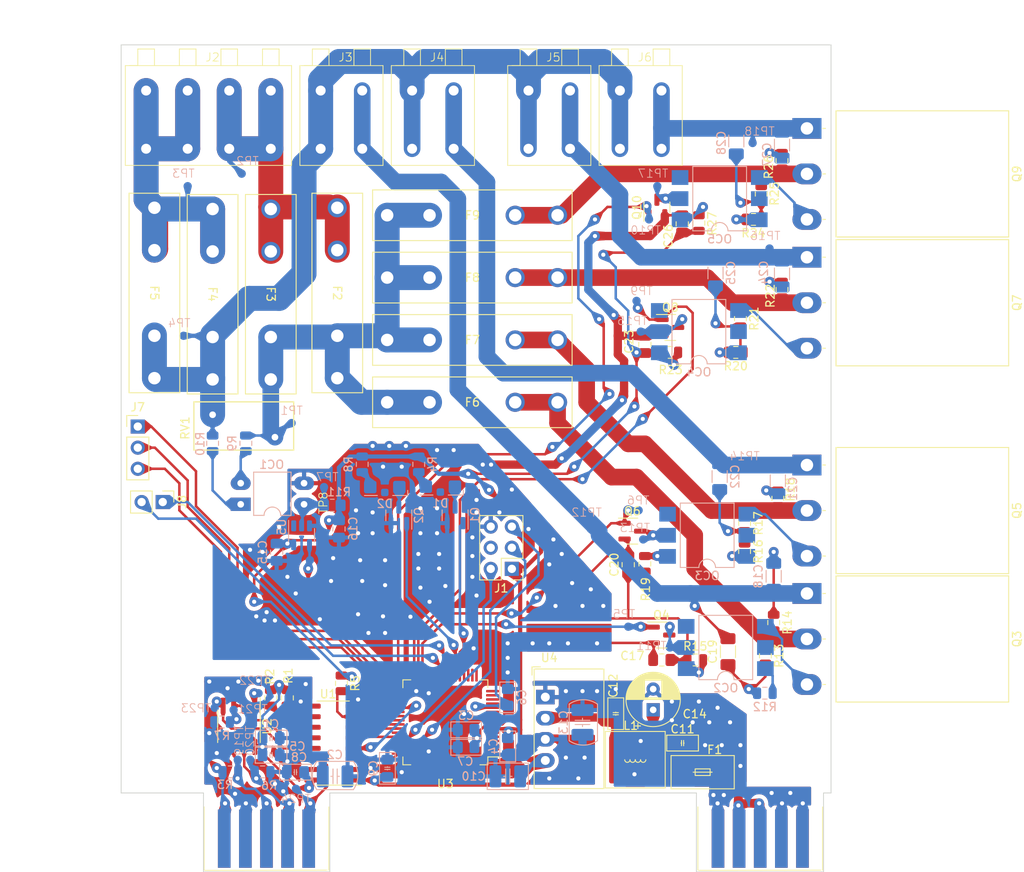
<source format=kicad_pcb>
(kicad_pcb (version 20221018) (generator pcbnew)
  (layers (0 "F.Cu" signal) (31 "B.Cu" signal) (34 "B.Paste" user) (35 "F.Paste" user) (36 "B.SilkS" user "B.Silkscreen") (37 "F.SilkS" user "F.Silkscreen") (38 "B.Mask" user) (39 "F.Mask" user) (44 "Edge.Cuts" user))
  (net 0 "")
  (net 1 "GND1")
  (net 2 "GNDD")
  (net 3 "+3V3")
  (net 4 "/NRST")
  (net 5 "GNDA")
  (net 6 "+24V")
  (net 7 "Net-(U4-IN+)")
  (net 8 "/Simisters/Simister1/AC_OUT")
  (net 9 "/Simisters/Simister2/AC_OUT")
  (net 10 "/Simisters/Simister3/AC_OUT")
  (net 11 "Net-(C18-Pad1)")
  (net 12 "/Simisters/Simister4/AC_OUT")
  (net 13 "Net-(C19-Pad1)")
  (net 14 "Net-(C21-Pad1)")
  (net 15 "Net-(C22-Pad1)")
  (net 16 "Net-(D1-K)")
  (net 17 "Net-(D1-A)")
  (net 18 "Net-(D2-K)")
  (net 19 "Net-(D2-A)")
  (net 20 "Net-(RS2-Pin_2)")
  (net 21 "/SWDIO")
  (net 22 "/SWCLK")
  (net 24 "Net-(J2-Pin_1)")
  (net 25 "Net-(J2-Pin_3)")
  (net 26 "/Simisters/ACIN_2")
  (net 27 "Net-(OC1-Pad1)")
  (net 28 "Net-(OC2-Pad1)")
  (net 29 "Net-(Q6-C)")
  (net 31 "Net-(Q5-G)")
  (net 33 "Net-(OC2-Pad6)")
  (net 34 "Net-(OC3-Pad1)")
  (net 35 "Net-(Q8-C)")
  (net 37 "Net-(Q7-G)")
  (net 39 "Net-(OC3-Pad6)")
  (net 40 "Net-(OC4-Pad1)")
  (net 41 "Net-(Q10-C)")
  (net 43 "Net-(Q9-G)")
  (net 45 "Net-(OC4-Pad6)")
  (net 46 "Net-(OC5-Pad1)")
  (net 47 "Net-(Q1-B)")
  (net 48 "Net-(Q2-B)")
  (net 49 "/SIM_1")
  (net 50 "/Simisters/Simister1/AC_IN")
  (net 51 "/Simisters/Simister2/AC_IN")
  (net 52 "/SIM_2")
  (net 53 "/Simisters/Simister3/AC_IN")
  (net 54 "/SIM_3")
  (net 55 "/Simisters/Simister4/AC_IN")
  (net 56 "/SIM_4")
  (net 57 "Net-(U1-VE2)")
  (net 58 "Net-(U1-VOB)")
  (net 59 "Net-(RS1-Pin_3)")
  (net 60 "Net-(U1-VE1)")
  (net 61 "Net-(RS1-Pin_4)")
  (net 62 "Net-(U1-VOC)")
  (net 63 "/Simisters/ACIN_1")
  (net 64 "/RTS")
  (net 65 "/RTS_cont")
  (net 66 "/UART_DE")
  (net 67 "/UART_TX")
  (net 68 "/UART_RX")
  (net 69 "Net-(U1-VID)")
  (net 88 "/GPIO1")
  (net 89 "/GPIO2")
  (net 93 "/ZERO_DET_cont")
  (net 97 "/TX_USART_1")
  (net 98 "/DE_USART_1")
  (net 99 "/RX_USART_1")
  (net 118 "/+3.3VRS485")
  (net 119 "Net-(C24-Pad1)")
  (net 120 "Net-(C25-Pad1)")
  (net 121 "Net-(C27-Pad1)")
  (net 122 "Net-(C28-Pad1)")
  (net 123 "Net-(OC1-Pad2)")
  (net 124 "Net-(OC1-Pad4)")
  (net 125 "Net-(Q4-C)")
  (net 126 "Net-(Q3-G)")
  (net 129 "Net-(OC5-Pad6)")
  (footprint "PCM_4ms_Resistor:R_0805_2012Metric" (layer "F.Cu") (at 155.5 105.5 -90)
    (fp_text reference "R14")
    (fp_text value "510 2512")
  )
  (footprint "MountingHole:MountingHole_3.2mm_M3" (layer "F.Cu") (at 81 120)
    (fp_text reference "H2" hide)
    (fp_text value "MountingHole")
  )
  (footprint "Package_SO:SOIC-16_3.9x9.9mm_P1.27mm" (layer "F.Cu") (at 102.5 120 180)
    (fp_text reference "U1")
    (fp_text value "π141M30 (SOIC-16)")
  )
  (footprint "PCM_4ms_Resistor:R_0805_2012Metric" (layer "F.Cu") (at 143.0625 73)
    (fp_text reference "R23")
    (fp_text value "201 0805")
  )
  (footprint "PCM_4ms_Resistor:R_0805_2012Metric" (layer "F.Cu") (at 103.5 112.8125 -90)
    (fp_text reference "R5")
    (fp_text value "472 0805")
  )
  (footprint "PCM_4ms_Resistor:R_0805_2012Metric" (layer "F.Cu") (at 151.5 68.9375 -90)
    (fp_text reference "R21")
    (fp_text value "102 2512")
  )
  (footprint "MountingHole:MountingHole_3.2mm_M3" (layer "F.Cu") (at 151 39.5)
    (fp_text reference "H1" hide)
    (fp_text value "MountingHole")
  )
  (footprint "Connector:DG212R-THR-5.0-04P" (layer "F.Cu") (at 80 41.5)
    (fp_text reference "J2")
    (fp_text value "DG212R-THR-5.0-04P")
  )
  (footprint "Fuse:Fuseholder_100_series_5x20mm_D1,5" (layer "F.Cu") (at 109 56.5)
    (fp_text reference "F9")
    (fp_text value "Fuse 10A ZH266 (2 клипсы)")
  )
  (footprint "Package_TO_SOT_THT:TO-218-3_Horizontal_TabDown" (layer "F.Cu") (at 160.77 86.55 -90)
    (fp_text reference "Q5")
    (fp_text value "BTA41-600B (TO-218)")
  )
  (footprint "Package_TO_SOT_THT:TO-218-3_Horizontal_TabDown" (layer "F.Cu") (at 160.77 46.05 -90)
    (fp_text reference "Q9")
    (fp_text value "BTA41-600B (TO-218)")
  )
  (footprint "Fuse:Fuseholder_100_series_5x20mm_D1,5" (layer "F.Cu") (at 95 55.75 -90)
    (fp_text reference "F3")
    (fp_text value "Fuse 10A ZH266 (2 клипсы)")
  )
  (footprint "Package_TO_SOT_THT:TO-218-3_Horizontal_TabDown" (layer "F.Cu") (at 160.77 102 -90)
    (fp_text reference "Q3")
    (fp_text value "BTA41-600B (TO-218)")
  )
  (footprint "Connector_PinHeader_2.54mm:PinHeader_1x03_P2.54mm_Vertical" (layer "F.Cu") (at 79 81.92)
    (fp_text reference "J7")
    (fp_text value "DebbagUSART (PinHeader_01x03_P2.54mm)")
  )
  (footprint "Varistor:RV_Disc_D12mm_W5.8mm_P7.5mm" (layer "F.Cu") (at 95.5 83.2 180)
    (fp_text reference "RV1")
    (fp_text value "V10E250P")
  )
  (footprint "Connector:DG212R-THR-5.0-02P" (layer "F.Cu") (at 126 41.5)
    (fp_text reference "J5")
    (fp_text value "DG212R-THR-5.0-02P")
  )
  (footprint "PCM_4ms_Resistor:R_0805_2012Metric" (layer "F.Cu") (at 154 53.9375 -90)
    (fp_text reference "R25")
    (fp_text value "102 2512")
  )
  (footprint "PCM_4ms_Resistor:R_0805_2012Metric" (layer "F.Cu") (at 152 96.9375 -90)
    (fp_text reference "R16")
    (fp_text value "181 2512")
  )
  (footprint "PCM_Inductor_SMD_Handsoldering_AKL:L_Bourns-SRN6028" (layer "F.Cu") (at 138.85 122 180)
    (fp_text reference "L1")
    (fp_text value "6,8uH 3,5A ETQP3M6R8KVP" hide)
  )
  (footprint "Connector:DG212R-THR-5.0-02P" (layer "F.Cu") (at 112 41.5)
    (fp_text reference "J4")
    (fp_text value "DG212R-THR-5.0-02P")
  )
  (footprint "Fuse:Fuseholder_100_series_5x20mm_D1,5" (layer "F.Cu") (at 109 71.5)
    (fp_text reference "F7")
    (fp_text value "Fuse 10A ZH266 (2 клипсы)")
  )
  (footprint "MountingHole:MountingHole_3.2mm_M3" (layer "F.Cu") (at 151 79.5)
    (fp_text reference "H1" hide)
    (fp_text value "MountingHole" hide)
  )
  (footprint "Package_TO_SOT_THT:TO-218-3_Horizontal_TabDown" (layer "F.Cu") (at 160.77 61.55 -90)
    (fp_text reference "Q7")
    (fp_text value "BTA41-600B (TO-218)")
  )
  (footprint "Package_TO_SOT_SMD:SOT-23" (layer "F.Cu") (at 142 107)
    (fp_text reference "Q4")
    (fp_text value "DTC114ECA (SOT-23)")
  )
  (footprint "PCM_4ms_Resistor:R_0805_2012Metric" (layer "F.Cu") (at 146.5 57.4375 90)
    (fp_text reference "R27")
    (fp_text value "201 0805")
  )
  (footprint "PCM_Capacitor_THT_AKL:CP_Radial_D6.3mm_P2.50mm" (layer "F.Cu") (at 141 116 90)
    (fp_text reference "C14")
    (fp_text value "47uF 63V D10,5" hide)
  )
  (footprint "Package_TO_SOT_SMD:SOT-23" (layer "F.Cu") (at 143.0625 70)
    (fp_text reference "Q8")
    (fp_text value "DTC114ECA (SOT-23)")
  )
  (footprint "PCM_4ms_Resistor:R_0805_2012Metric" (layer "F.Cu") (at 156.5 49.9375 -90)
    (fp_text reference "R26")
    (fp_text value "510 2512")
  )
  (footprint "Package_QFP:LQFP-64_10x10mm_P0.5mm" (layer "F.Cu") (at 116 117.5 180)
    (fp_text reference "U3")
    (fp_text value "STM32G070RBTx (LQFP-64)")
  )
  (footprint "Package_SO:SOIC-8_3.9x4.9mm_P1.27mm" (layer "F.Cu") (at 91.17 117.985 -90)
    (fp_text reference "U2")
    (fp_text value "ADM3485EARZ-REEL (SOIC-8)")
  )
  (footprint "Capacitor_SMD:C_1206_3216Metric_Pad1.33x1.80mm_HandSolder" (layer "F.Cu") (at 150 109 90)
    (fp_text reference "C19")
    (fp_text value "0,01uF 600V 1206 (GRM31BR72J103KW01L)")
  )
  (footprint "Connector:Edge_Conn_KLS1-603-10" (layer "F.Cu") (at 94.48 127.69)
    (fp_text reference "RS1" hide)
    (fp_text value "SL-10 (L-KLS1-603C-10-S)")
  )
  (footprint "Capacitor_SMD:C_0805_2012Metric_Pad1.18x1.45mm_HandSolder" (layer "F.Cu") (at 138 98.5375 90)
    (fp_text reference "C20")
    (fp_text value "0,1uF 50V 0805")
  )
  (footprint "PCM_4ms_Resistor:R_0805_2012Metric" (layer "F.Cu") (at 153.0625 57 180)
    (fp_text reference "R24")
    (fp_text value "181 2512")
  )
  (footprint "Connector:DG212R-THR-5.0-02P" (layer "F.Cu") (at 101 41.5)
    (fp_text reference "J3")
    (fp_text value "DG212R-THR-5.0-02P")
  )
  (footprint "Fuse:Fuseholder_100_series_5x20mm_D1,5" (layer "F.Cu") (at 109 79)
    (fp_text reference "F6")
    (fp_text value "Fuse 10A ZH266 (2 клипсы)")
  )
  (footprint "PCM_4ms_Resistor:R_0805_2012Metric" (layer "F.Cu") (at 146.0625 110)
    (fp_text reference "R15")
    (fp_text value "201 0805")
  )
  (footprint "Capacitor_SMD:C_0805_2012Metric_Pad1.18x1.45mm_HandSolder" (layer "F.Cu") (at 144.5 57.5375 90)
    (fp_text reference "C26")
    (fp_text value "0,1uF 50V 0805")
  )
  (footprint "Connector_PinHeader_2.54mm:PinHeader_2x03_P2.54mm_Vertical" (layer "F.Cu") (at 124 99.04 180)
    (fp_text reference "J1")
    (fp_text value "Prog (PinHeader_2x03_P2.54mm)")
  )
  (footprint "PCM_Fuse_Handsoldering_AKL:Fuse_Littelfuse-NANO2-451_453" (layer "F.Cu") (at 146.955 123.5 180)
    (fp_text reference "F1")
    (fp_text value "0452.500MRL" hide)
  )
  (footprint "PCM_4ms_Resistor:R_0805_2012Metric" (layer "F.Cu") (at 156 90.5625 -90)
    (fp_text reference "R18")
    (fp_text value "510 2512")
  )
  (footprint "PCM_4ms_Resistor:R_0805_2012Metric" (layer "F.Cu") (at 150.9375 73 180)
    (fp_text reference "R20")
    (fp_text value "181 2512")
  )
  (footprint "Connector:DG212R-THR-5.0-02P" (layer "F.Cu") (at 137 41.5)
    (fp_text reference "J6")
    (fp_text value "DG212R-THR-5.0-02P")
  )
  (footprint "Fuse:Fuseholder_100_series_5x20mm_D1,5" (layer "F.Cu") (at 109 64)
    (fp_text reference "F8")
    (fp_text value "Fuse 10A ZH266 (2 клипсы)")
  )
  (footprint "PCM_4ms_Resistor:R_0805_2012Metric" (layer "F.Cu") (at 152 93.5625 -90)
    (fp_text reference "R17")
    (fp_text value "102 2512")
  )
  (footprint "PCM_4ms_Resistor:R_0805_2012Metric" (layer "F.Cu") (at 95 114.5625 90)
    (fp_text reference "R2")
    (fp_text value "103 0805")
  )
  (footprint "PCM_4ms_Resistor:R_0805_2012Metric" (layer "F.Cu") (at 97 114.5625 90)
    (fp_text reference "R1")
    (fp_text value "472 0805")
  )
  (footprint "Capacitor_SMD:C_0805_2012Metric_Pad1.18x1.45mm_HandSolder" (layer "F.Cu") (at 140 72.0375 90)
    (fp_text reference "C23")
    (fp_text value "0,1uF 50V 0805")
  )
  (footprint "Connector_PinHeader_2.54mm:PinHeader_1x02_P2.54mm_Vertical" (layer "F.Cu") (at 82 91 -90)
    (fp_text reference "J8")
    (fp_text value "Debbag GPIO (PinHeader_01x02_P2.54mm)")
  )
  (footprint "PCM_4ms_Resistor:R_0805_2012Metric" (layer "F.Cu") (at 140 98.4375 90)
    (fp_text reference "R19")
    (fp_text value "201 0805")
  )
  (footprint "MountingHole:MountingHole_3.2mm_M3" (layer "F.Cu") (at 81 100)
    (fp_text reference "H1" hide)
    (fp_text value "MountingHole")
  )
  (footprint "Connector:Edge_Conn_KLS1-603-10" (layer "F.Cu") (at 153.88 127.69)
    (fp_text reference "RS2" hide)
    (fp_text value "SL-10 (L-KLS1-603C-10-S)")
  )
  (footprint "Fuse:Fuseholder_100_series_5x20mm_D1,5" (layer "F.Cu") (at 88 55.75 -90)
    (fp_text reference "F4")
    (fp_text value "Fuse 10A ZH266 (2 клипсы)")
  )
  (footprint "MountingHole:MountingHole_3.2mm_M3" (layer "F.Cu") (at 158.5 39.5)
    (fp_text reference "H1" hide)
    (fp_text value "MountingHole")
  )
  (footprint "PCM_Capacitor_SMD_AKL:C_0805_2012Metric_Pad1.18x1.45mm_HandSolder" (layer "F.Cu") (at 136.5 116.4625 90)
    (fp_text reference "C12")
    (fp_text value "4,7uF 50V 0805")
  )
  (footprint "PCM_4ms_Resistor:R_0805_2012Metric" (layer "F.Cu") (at 156.5 65.4375 -90)
    (fp_text reference "R22")
    (fp_text value "510 2512")
  )
  (footprint "Package_TO_SOT_SMD:SOT-23" (layer "F.Cu") (at 141.45 55.5625 90)
    (fp_text reference "Q10")
    (fp_text value "DTC114ECA (SOT-23)")
  )
  (footprint "Fuse:Fuseholder_100_series_5x20mm_D1,5" (layer "F.Cu") (at 81 55.6 -90)
    (fp_text reference "F5")
    (fp_text value "Fuse 10A ZH266 (2 клипсы)")
  )
  (footprint "PCM_4ms_Resistor:R_0805_2012Metric" (layer "F.Cu") (at 154.5 109.5 -90)
    (fp_text reference "R13")
    (fp_text value "102 2512")
  )
  (footprint "Package_TO_SOT_SMD:SOT-23" (layer "F.Cu") (at 138.5 94.5)
    (fp_text reference "Q6")
    (fp_text value "DTC114ECA (SOT-23)")
  )
  (footprint "PCM_Capacitor_SMD_AKL:C_0805_2012Metric_Pad1.18x1.45mm_HandSolder" (layer "F.Cu") (at 144.5375 120)
    (fp_text reference "C11")
    (fp_text value "4,7uF 50V 0805")
  )
  (footprint "MountingHole:MountingHole_3.2mm_M3" (layer "F.Cu") (at 158.5 79.5)
    (fp_text reference "H1" hide)
    (fp_text value "MountingHole")
  )
  (footprint "Capacitor_SMD:C_0805_2012Metric_Pad1.18x1.45mm_HandSolder" (layer "F.Cu") (at 142.0375 110 180)
    (fp_text reference "C17")
    (fp_text value "0,1uF 50V 0805")
  )
  (footprint "Converter_DCDC:Converter_DCDC_Murata_MEE3SxxxxSC_THT" (layer "F.Cu") (at 128.0275 114.4675)
    (fp_text reference "U4")
    (fp_text value "AM1SS-2403SJZ")
  )
  (footprint "MountingHole:MountingHole_3.2mm_M3" (layer "F.Cu") (at 158 120)
    (fp_text reference "H1" hide)
    (fp_text value "MountingHole")
  )
  (footprint "Fuse:Fuseholder_100_series_5x20mm_D1,5" (layer "F.Cu") (at 103 55.6 -90)
    (fp_text reference "F2")
    (fp_text value "Fuse 10A ZH266 (2 клипсы)")
  )
  (footprint "Package_DIP:DIP-4_W7.62mm_LongPads" (layer "B.Cu") (at 91.38 91.275)
    (fp_text reference "OC1")
    (fp_text value "FOD814")
  )
  (footprint "PCM_4ms_TestPoint:TestPoint_D1" (layer "B.Cu") (at 139.8 95.5 180)
    (fp_text reference "TP13")
    (fp_text value "TestPoint")
  )
  (footprint "Resistor_SMD:R_0805_2012Metric_Pad1.20x1.40mm_HandSolder" (layer "B.Cu") (at 102.4 91.4)
    (fp_text reference "R11")
    (fp_text value "102 0805")
  )
  (footprint "PCM_4ms_TestPoint:TestPoint_D1" (layer "B.Cu") (at 84.5 71 180)
    (fp_text reference "TP4")
    (fp_text value "TestPoint")
  )
  (footprint "PCM_Capacitor_SMD_Handsoldering_AKL:C_1210_3225Metric_Pad1.42x2.65mm" (layer "B.Cu") (at 102.7375 124)
    (fp_text reference "C2")
    (fp_text value " 270 pf X7R 1206 2000v 202R18W271KW4E" hide)
  )
  (footprint "PCM_Capacitor_SMD_AKL:C_1210_3225Metric_Pad1.42x2.65mm_HandSolder" (layer "B.Cu") (at 123.5125 124 180)
    (fp_text reference "C10")
    (fp_text value "10uF 50V 1210 GRM32ER71H106K")
  )
  (footprint "PCM_4ms_TestPoint:TestPoint_D1" (layer "B.Cu") (at 139.5 70.5 180)
    (fp_text reference "TP15")
    (fp_text value "TestPoint")
  )
  (footprint "PCM_4ms_TestPoint:TestPoint_D1" (layer "B.Cu") (at 91.5 51.5 180)
    (fp_text reference "TP2")
    (fp_text value "TestPoint")
  )
  (footprint "PCM_4ms_Resistor:R_0805_2012Metric" (layer "B.Cu") (at 94.0125 123.46 180)
    (fp_text reference "R6")
    (fp_text value "561 0805")
  )
  (footprint "Package_TO_SOT_SMD:SOT-23" (layer "B.Cu") (at 117.173928 92.6 90)
    (fp_text reference "Q1")
    (fp_text value "DTC114ECA (SOT-23)")
  )
  (footprint "PCM_4ms_TestPoint:TestPoint_D1" (layer "B.Cu") (at 152 87 180)
    (fp_text reference "TP14")
    (fp_text value "TestPoint")
  )
  (footprint "PCM_4ms_TestPoint:TestPoint_D1" (layer "B.Cu") (at 99.705 98 90)
    (fp_text reference "TP8")
    (fp_text value "TestPoint")
  )
  (footprint "Capacitor_SMD:C_1206_3216Metric_Pad1.33x1.80mm_HandSolder" (layer "B.Cu") (at 149 87.9375 90)
    (fp_text reference "C22")
    (fp_text value "0,01uF 600V 1206 (GRM31BR72J103KW01L)")
  )
  (footprint "PCM_4ms_TestPoint:TestPoint_D1" (layer "B.Cu") (at 133.5 94.25 180)
    (fp_text reference "TP12")
    (fp_text value "TestPoint")
  )
  (footprint "PCM_4ms_TestPoint:TestPoint_D1" (layer "B.Cu") (at 90.525 116 180)
    (fp_text reference "TP21")
    (fp_text value "TestPoint")
  )
  (footprint "PCM_Capacitor_SMD_AKL:C_0805_2012Metric_Pad1.18x1.45mm_HandSolder" (layer "B.Cu") (at 95.0375 121.46 180)
    (fp_text reference "C5")
    (fp_text value "0,1uF 100V 0805")
  )
  (footprint "PCM_4ms_TestPoint:TestPoint_D1" (layer "B.Cu") (at 85 53 180)
    (fp_text reference "TP3")
    (fp_text value "TestPoint" hide)
  )
  (footprint "PCM_Capacitor_SMD_Handsoldering_AKL:C_1210_3225Metric_Pad1.42x2.65mm" (layer "B.Cu") (at 132.5 117.5125 -90)
    (fp_text reference "C13")
    (fp_text value " 270 pf X7R 1206 2000v 202R18W271KW4E" hide)
  )
  (footprint "Capacitor_SMD:C_1206_3216Metric_Pad1.33x1.80mm_HandSolder" (layer "B.Cu") (at 155.5 99.9375 -90)
    (fp_text reference "C18")
    (fp_text value "0,01uF 600V 1206 (GRM31BR72J103KW01L)")
  )
  (footprint "PCM_4ms_Resistor:R_0805_2012Metric" (layer "B.Cu") (at 92 83.9375 -90)
    (fp_text reference "R9")
    (fp_text value "513 2512")
  )
  (footprint "PCM_4ms_TestPoint:TestPoint_D1" (layer "B.Cu") (at 101.4 89.2)
    (fp_text reference "TP7")
    (fp_text value "TestPoint")
  )
  (footprint "Package_DIP:SMDIP-6_W9.53mm" (layer "B.Cu") (at 146.5 70.5)
    (fp_text reference "OC4")
    (fp_text value "MOC3023SM (SMDIP-6)")
  )
  (footprint "PCM_4ms_TestPoint:TestPoint_D1" (layer "B.Cu") (at 93.525 114 180)
    (fp_text reference "TP22")
    (fp_text value "TestPoint")
  )
  (footprint "PCM_4ms_TestPoint:TestPoint_D1" (layer "B.Cu") (at 138 106 180)
    (fp_text reference "TP5")
    (fp_text value "TestPoint")
  )
  (footprint "Package_TO_SOT_SMD:SOT-23" (layer "B.Cu") (at 110.4 92.6 90)
    (fp_text reference "Q2")
    (fp_text value "DTC114ECA (SOT-23)")
  )
  (footprint "Capacitor_SMD:C_1206_3216Metric_Pad1.33x1.80mm_HandSolder" (layer "B.Cu") (at 148.5 63.4375 90)
    (fp_text reference "C25")
    (fp_text value "0,01uF 600V 1206 (GRM31BR72J103KW01L)")
  )
  (footprint "PCM_Resistor_SMD_AKL:R_0805_2012Metric_Pad1.20x1.40mm_HandSolder" (layer "B.Cu") (at 123.5 114.5 90)
    (fp_text reference "C6")
    (fp_text value "0,1uF 50V 0805")
  )
  (footprint "PCM_4ms_TestPoint:TestPoint_D1" (layer "B.Cu") (at 143 108.5 180)
    (fp_text reference "TP11")
    (fp_text value "TestPoint")
  )
  (footprint "Capacitor_SMD:C_1206_3216Metric_Pad1.33x1.80mm_HandSolder" (layer "B.Cu") (at 156.5 63.5625 90)
    (fp_text reference "C24")
    (fp_text value "0,01uF 600V 1206 (GRM31BR72J103KW01L)")
  )
  (footprint "PCM_4ms_Resistor:R_0805_2012Metric" (layer "B.Cu") (at 88 83.9375 90)
    (fp_text reference "R10")
    (fp_text value "513 2512")
  )
  (footprint "PCM_Resistor_SMD_AKL:R_0805_2012Metric_Pad1.20x1.40mm_HandSolder" (layer "B.Cu") (at 118.5 120.5 180)
    (fp_text reference "C7")
    (fp_text value "0,1uF 50V 0805")
  )
  (footprint "PCM_Resistor_SMD_AKL:R_0805_2012Metric_Pad1.20x1.40mm_HandSolder" (layer "B.Cu") (at 123.5 120.4 -90)
    (fp_text reference "C4")
    (fp_text value "4,7uF 50V 0805")
  )
  (footprint "LED_SMD:LED_Kingbright_KPA-3010_3x2x1mm" (layer "B.Cu") (at 115.4 88.65 180)
    (fp_text reference "D1")
    (fp_text value "KPA-3010CGCK")
  )
  (footprint "PCM_4ms_TestPoint:TestPoint_D1" (layer "B.Cu") (at 141.5 53 180)
    (fp_text reference "TP17")
    (fp_text value "TestPoint")
  )
  (footprint "PCM_Capacitor_SMD_AKL:C_0805_2012Metric_Pad1.18x1.45mm_HandSolder" (layer "B.Cu") (at 95.0375 119.4 180)
    (fp_text reference "C1")
    (fp_text value "1uF 100V 0805")
  )
  (footprint "PCM_4ms_TestPoint:TestPoint_D1" (layer "B.Cu") (at 91.025 122 180)
    (fp_text reference "TP19")
    (fp_text value "TestPoint")
  )
  (footprint "PCM_4ms_TestPoint:TestPoint_D1" (layer "B.Cu") (at 140.5 57 180)
    (fp_text reference "TP10")
    (fp_text value "TestPoint")
  )
  (footprint "Capacitor_SMD:C_1206_3216Metric_Pad1.33x1.80mm_HandSolder" (layer "B.Cu") (at 156 88.4375 90)
    (fp_text reference "C21")
    (fp_text value "0,01uF 600V 1206 (GRM31BR72J103KW01L)")
  )
  (footprint "LED_SMD:LED_Kingbright_KPA-3010_3x2x1mm" (layer "B.Cu") (at 108.713572 88.7 180)
    (fp_text reference "D2")
    (fp_text value "KPA-3010CGCK")
  )
  (footprint "Capacitor_SMD:C_1206_3216Metric_Pad1.33x1.80mm_HandSolder" (layer "B.Cu") (at 151 47.5625 90)
    (fp_text reference "C28")
    (fp_text value "0,01uF 600V 1206 (GRM31BR72J103KW01L)")
  )
  (footprint "PCM_4ms_TestPoint:TestPoint_D1" (layer "B.Cu") (at 155 60.5 180)
    (fp_text reference "TP16")
    (fp_text value "TestPoint")
  )
  (footprint "PCM_4ms_TestPoint:TestPoint_D1" (layer "B.Cu") (at 88.25 115.75 180)
    (fp_text reference "TP23")
    (fp_text value "TestPoint")
  )
  (footprint "Package_DIP:SMDIP-6_W9.53mm" (layer "B.Cu") (at 149.735 108.5)
    (fp_text reference "OC2")
    (fp_text value "MOC3023SM (SMDIP-6)")
  )
  (footprint "PCM_4ms_TestPoint:TestPoint_D1" (layer "B.Cu") (at 97.5 81.5 180)
    (fp_text reference "TP1")
    (fp_text value "TestPoint")
  )
  (footprint "PCM_4ms_Resistor:R_0805_2012Metric" (layer "B.Cu") (at 112.8 86.4625 90)
    (fp_text reference "R4")
    (fp_text value "151 0805")
  )
  (footprint "Package_TO_SOT_SMD:SOT-23-5" (layer "B.Cu") (at 98.705 95 -90)
    (fp_text reference "U5")
    (fp_text value "74AHCT1G14GW,125")
  )
  (footprint "PCM_4ms_Resistor:R_0805_2012Metric" (layer "B.Cu") (at 154.4375 114)
    (fp_text reference "R12")
    (fp_text value "181 2512")
  )
  (footprint "Capacitor_SMD:C_0805_2012Metric_Pad1.18x1.45mm_HandSolder" (layer "B.Cu") (at 103.2 94.2375 -90)
    (fp_text reference "C16")
    (fp_text value "0,1uF 50V 0805")
  )
  (footprint "Capacitor_SMD:C_1206_3216Metric_Pad1.33x1.80mm_HandSolder" (layer "B.Cu") (at 156.5 48.0625 90)
    (fp_text reference "C27")
    (fp_text value "0,01uF 600V 1206 (GRM31BR72J103KW01L)")
  )
  (footprint "PCM_4ms_Resistor:R_0805_2012Metric" (layer "B.Cu") (at 106 86.4625 -90)
    (fp_text reference "R8")
    (fp_text value "151 0805")
  )
  (footprint "PCM_Capacitor_SMD_AKL:C_0805_2012Metric_Pad1.18x1.45mm_HandSolder" (layer "B.Cu") (at 97.9625 123.5)
    (fp_text reference "C8")
    (fp_text value "0,1uF 100V 0805")
  )
  (footprint "Package_DIP:SMDIP-6_W9.53mm" (layer "B.Cu") (at 147.5 95)
    (fp_text reference "OC3")
    (fp_text value "MOC3023SM (SMDIP-6)")
  )
  (footprint "PCM_Capacitor_SMD_AKL:C_0805_2012Metric_Pad1.18x1.45mm_HandSolder" (layer "B.Cu") (at 109.025 123.0375 -90)
    (fp_text reference "C9")
    (fp_text value "0,1uF 100V 0805")
  )
  (footprint "PCM_4ms_TestPoint:TestPoint_D1" (layer "B.Cu") (at 139 66.8 180)
    (fp_text reference "TP9")
    (fp_text value "TestPoint" hide)
  )
  (footprint "PCM_4ms_TestPoint:TestPoint_D1" (layer "B.Cu") (at 152.96194 47.808658 180)
    (fp_text reference "TP18")
    (fp_text value "TestPoint")
  )
  (footprint "PCM_Resistor_SMD_AKL:R_0805_2012Metric_Pad1.20x1.40mm_HandSolder" (layer "B.Cu") (at 118.5 118.4 180)
    (fp_text reference "C3")
    (fp_text value "0,1uF 50V 0805")
  )
  (footprint "PCM_4ms_TestPoint:TestPoint_D1" (layer "B.Cu") (at 139.25 92 90)
    (fp_text reference "TP6")
    (fp_text value "TestPoint")
  )
  (footprint "PCM_4ms_Resistor:R_0805_2012Metric" (layer "B.Cu") (at 90.1375 123.46 180)
    (fp_text reference "R3")
    (fp_text value "561 0805")
  )
  (footprint "Package_DIP:SMDIP-6_W9.53mm" (layer "B.Cu") (at 149 54.5)
    (fp_text reference "OC5")
    (fp_text value "MOC3023SM (SMDIP-6)")
  )
  (footprint "PCM_4ms_TestPoint:TestPoint_D1" (layer "B.Cu") (at 92.525 122 180)
    (fp_text reference "TP20")
    (fp_text value "TestPoint")
  )
  (footprint "PCM_4ms_TestPoint:TestPoint_D1" (layer "B.Cu") (at 98.025 125.5 180)
    (fp_text reference "TP24")
    (fp_text value "TestPoint")
  )
  (footprint "Capacitor_SMD:C_0805_2012Metric_Pad1.18x1.45mm_HandSolder" (layer "B.Cu") (at 95.705 97.0375 -90)
    (fp_text reference "C15")
    (fp_text value "0,1uF 50V 0805")
  )
  (footprint "PCM_4ms_Resistor:R_0805_2012Metric" (layer "B.Cu") (at 89.1375 117.46)
    (fp_text reference "R7")
    (fp_text value "103 0805")
  )
  (gr_line (start 77 126) (end 77 36) (stroke (width 0.1)) (layer "Edge.Cuts"))
  (gr_line (start 86.9 135.5) (end 102.1 135.5) (stroke (width 0.1)) (layer "Edge.Cuts"))
  (gr_line (start 146.2 126) (end 146.2 135.5) (stroke (width 0.1)) (layer "Edge.Cuts"))
  (gr_line (start 161.5 135.5) (end 161.5 126) (stroke (width 0.1)) (layer "Edge.Cuts"))
  (gr_line (start 162.4 126) (end 162.4 36) (stroke (width 0.1)) (layer "Edge.Cuts"))
  (gr_line (start 86.9 126) (end 86.9 135.5) (stroke (width 0.1)) (layer "Edge.Cuts"))
  (gr_line (start 102.1 126) (end 146.2 126) (stroke (width 0.1)) (layer "Edge.Cuts"))
  (gr_line (start 161.5 126) (end 162.4 126) (stroke (width 0.1)) (layer "Edge.Cuts"))
  (gr_line (start 162.4 36) (end 77 36) (stroke (width 0.1)) (layer "Edge.Cuts"))
  (gr_line (start 86.9 126) (end 77 126) (stroke (width 0.1)) (layer "Edge.Cuts"))
  (gr_line (start 146.2 135.5) (end 161.5 135.5) (stroke (width 0.1)) (layer "Edge.Cuts"))
  (gr_line (start 102.1 135.5) (end 102.1 126) (stroke (width 0.1)) (layer "Edge.Cuts"))
  (segment (start 97.975 123.175) (end 97 122.2) (width 0.3) (layer "F.Cu") (net 1))
  (segment (start 98.6 115.4) (end 98.8 115.6) (width 0.3) (layer "F.Cu") (net 1))
  (segment (start 98.8 115.6) (end 99.98 115.6) (width 0.3) (layer "F.Cu") (net 1))
  (segment (start 92.04 127.29) (end 92 127.25) (width 1) (layer "F.Cu") (net 1))
  (segment (start 99.98 115.6) (end 100.025 115.555) (width 0.3) (layer "F.Cu") (net 1))
  (segment (start 92.04 131.5) (end 92.04 127.29) (width 1) (layer "F.Cu") (net 1))
  (segment (start 100.025 123.175) (end 97.975 123.175) (width 0.3) (layer "F.Cu") (net 1))
  (segment (start 89.24 120.46) (end 88.5 121.2) (width 0.3) (layer "F.Cu") (net 1))
  (segment (start 89.265 120.46) (end 89.24 120.46) (width 0.3) (layer "F.Cu") (net 1))
  (segment (start 98.6 115) (end 98.6 115.4) (width 0.3) (layer "F.Cu") (net 1))
  (via (at 97 122.2) (size 1.2) (drill 0.5) (layers "F.Cu" "B.Cu") (net 1))
  (via (at 91.1 112.6) (size 1.2) (drill 0.5) (layers "F.Cu" "B.Cu") (net 1))
  (via (at 92 127.25) (size 1.2) (drill 0.5) (layers "F.Cu" "B.Cu") (net 1))
  (via (at 87.6 118.8) (size 1.2) (drill 0.5) (layers "F.Cu" "B.Cu") (net 1))
  (via (at 90.7 126.1) (size 1.2) (drill 0.5) (layers "F.Cu" "B.Cu") (net 1))
  (via (at 93.5 112.5) (size 1.2) (drill 0.5) (layers "F.Cu" "B.Cu") (net 1))
  (via (at 98.6 115) (size 1.2) (drill 0.5) (layers "F.Cu" "B.Cu") (net 1))
  (via (at 88.5 121.2) (size 1.2) (drill 0.5) (layers "F.Cu" "B.Cu") (net 1))
  (via (at 89.8 113.4) (size 1.2) (drill 0.5) (layers "F.Cu" "B.Cu") (net 1))
  (via (at 96.5 125.8) (size 1.2) (drill 0.5) (layers "F.Cu" "B.Cu") (net 1))
  (via (at 95.5 124.9) (size 1.2) (drill 0.5) (layers "F.Cu" "B.Cu") (net 1))
  (via (at 99.2 112.9) (size 1.2) (drill 0.5) (layers "F.Cu" "B.Cu") (net 1))
  (via (at 87.6 112.6) (size 1.2) (drill 0.5) (layers "F.Cu" "B.Cu") (net 1))
  (segment (start 92 127.25) (end 92 131.46) (width 1) (layer "B.Cu") (net 1))
  (segment (start 101.25 121.95) (end 100.9 121.6) (width 1) (layer "B.Cu") (net 1))
  (segment (start 97.6 121.6) (end 97 122.2) (width 1) (layer "B.Cu") (net 1))
  (segment (start 97 122.2) (end 97 123.425) (width 1) (layer "B.Cu") (net 1))
  (segment (start 88.2 118.2) (end 87.6 118.8) (width 0.3) (layer "B.Cu") (net 1))
  (segment (start 100.9 121.6) (end 97.6 121.6) (width 1) (layer "B.Cu") (net 1))
  (segment (start 88.2 117.46) (end 88.2 118.2) (width 0.3) (layer "B.Cu") (net 1))
  (segment (start 97 123.425) (end 96.925 123.5) (width 1) (layer "B.Cu") (net 1))
  (segment (start 101.25 124) (end 101.25 121.95) (width 1) (layer "B.Cu") (net 1))
  (segment (start 92 131.46) (end 92.04 131.5) (width 1) (layer "B.Cu") (net 1))
  (segment (start 137.25 78.75) (end 137.25 78.5) (width 1) (layer "F.Cu") (net 2))
  (segment (start 119 117.25) (end 118.25 116.5) (width 0.3) (layer "F.Cu") (net 2))
  (segment (start 142.4 57.237499) (end 142.4 56.5) (width 1) (layer "F.Cu") (net 2))
  (segment (start 130 85.75) (end 129.25 86.5) (width 1) (layer "F.Cu") (net 2))
  (segment (start 136.75 73.25) (end 136.75 71) (width 1) (layer "F.Cu") (net 2))
  (segment (start 136.75 69) (end 136.25 68.5) (width 1) (layer "F.Cu") (net 2))
  (segment (start 142.4 56.5) (end 144.5 56.5) (width 0.3) (layer "F.Cu") (net 2))
  (segment (start 134 59) (end 140.637499 59) (width 1) (layer "F.Cu") (net 2))
  (segment (start 140.637499 59) (end 142.4 57.237499) (width 1) (layer "F.Cu") (net 2))
  (segment (start 132.25 100.75) (end 131.25 100.75) (width 0.3) (layer "F.Cu") (net 2))
  (segment (start 136.75 71) (end 140 71) (width 1) (layer "F.Cu") (net 2))
  (segment (start 141.0625 107.95) (end 135.55 107.95) (width 0.3) (layer "F.Cu") (net 2))
  (segment (start 135.5 108) (end 135.55 107.95) (width 0.3) (layer "F.Cu") (net 2))
  (segment (start 135.5 97.5) (end 132.25 100.75) (width 0.3) (layer "F.Cu") (net 2))
  (segment (start 141.0625 107.95) (end 141.0625 109.9375) (width 0.3) (layer "F.Cu") (net 2))
  (segment (start 137.5 78.25) (end 137.5 74) (width 1) (layer "F.Cu") (net 2))
  (segment (start 138 97.5) (end 135.5 97.5) (width 0.3) (layer "F.Cu") (net 2))
  (segment (start 138 95.8875) (end 137.5625 95.45) (width 0.3) (layer "F.Cu") (net 2))
  (segment (start 140 71) (end 142.075 71) (width 0.3) (layer "F.Cu") (net 2))
  (segment (start 131.25 101.75) (end 130 103) (width 0.3) (layer "F.Cu") (net 2))
  (segment (start 131.25 100.75) (end 131.25 101.75) (width 0.3) (layer "F.Cu") (net 2))
  (segment (start 104.975 115.275) (end 105.5 114.75) (width 0.3) (layer "F.Cu") (net 2))
  (segment (start 130.5 120.5) (end 130.5 121.75) (width 1) (layer "F.Cu") (net 2))
  (segment (start 121.675 117.25) (end 119 117.25) (width 0.3) (layer "F.Cu") (net 2))
  (segment (start 106.825 123.175) (end 107 123) (width 0.3) (layer "F.Cu") (net 2))
  (segment (start 137.5 74) (end 136.75 73.25) (width 1) (layer "F.Cu") (net 2))
  (segment (start 136.75 71) (end 136.75 69) (width 1) (layer "F.Cu") (net 2))
  (segment (start 128 119.46) (end 129.46 119.46) (width 1) (layer "F.Cu") (net 2))
  (segment (start 129.46 119.46) (end 130.5 120.5) (width 1) (layer "F.Cu") (net 2))
  (segment (start 137.25 78.5) (end 137.5 78.25) (width 1) (layer "F.Cu") (net 2))
  (segment (start 138 97.5) (end 138 95.8875) (width 0.3) (layer "F.Cu") (net 2))
  (segment (start 129.25 86.5) (end 121.5 86.5) (width 1) (layer "F.Cu") (net 2))
  (segment (start 141.0625 109.9375) (end 141 110) (width 0.3) (layer "F.Cu") (net 2))
  (segment (start 104.975 123.175) (end 106.825 123.175) (width 0.3) (layer "F.Cu") (net 2))
  (segment (start 104.975 115.555) (end 104.975 115.275) (width 0.3) (layer "F.Cu") (net 2))
  (segment (start 142.075 71) (end 142.125 70.95) (width 0.3) (layer "F.Cu") (net 2))
  (via (at 110.75 86.75) (size 1.2) (drill 0.5) (layers "F.Cu" "B.Cu") (net 2))
  (via (at 108.75 101) (size 1.2) (drill 0.5) (layers "F.Cu" "B.Cu") (net 2))
  (via (at 107.25 84.25) (size 1.2) (drill 0.5) (layers "F.Cu" "B.Cu") (net 2))
  (via (at 123.5 109.75) (size 1.2) (drill 0.5) (layers "F.Cu" "B.Cu") (net 2))
  (via (at 112.75 97.25) (size 1.2) (drill 0.5) (layers "F.Cu" "B.Cu") (net 2))
  (via (at 111.8 104.8) (size 1.2) (drill 0.5) (layers "F.Cu" "B.Cu") (net 2))
  (via (at 129 95.5) (size 1.2) (drill 0.5) (layers "F.Cu" "B.Cu") (net 2))
  (via (at 116 101.1) (size 1.2) (drill 0.5) (layers "F.Cu" "B.Cu") (net 2))
  (via (at 115 84.75) (size 1.2) (drill 0.5) (layers "F.Cu" "B.Cu") (net 2))
  (via (at 129.25 103.5) (size 1.2) (drill 0.5) (layers "F.Cu" "B.Cu") (net 2))
  (via (at 135 103.5) (size 1.2) (drill 0.5) (layers "F.Cu" "B.Cu") (net 2))
  (via (at 107 123) (size 1.2) (drill 0.5) (layers "F.Cu" "B.Cu") (net 2))
  (via (at 118.25 116.5) (size 1.2) (drill 0.5) (layers "F.Cu" "B.Cu") (net 2))
  (via (at 115.25 99) (size 1.2) (drill 0.5) (layers "F.Cu" "B.Cu") (net 2))
  (via (at 96 94) (size 1.2) (drill 0.5) (layers "F.Cu" "B.Cu") (net 2))
  (via (at 122.5 92.25) (size 1.2) (drill 0.5) (layers "F.Cu" "B.Cu") (net 2))
  (via (at 114 114) (size 1.2) (drill 0.5) (layers "F.Cu" "B.Cu") (net 2))
  (via (at 108.5 104.75) (size 1.2) (drill 0.5) (layers "F.Cu" "B.Cu") (net 2))
  (via (at 92.5 96.75) (size 1.2) (drill 0.5) (layers "F.Cu" "B.Cu") (net 2))
  (via (at 110.75 123.5) (size 1.2) (drill 0.5) (layers "F.Cu" "B.Cu") (net 2))
  (via (at 100.9 105.1) (size 1.2) (drill 0.5) (layers "F.Cu" "B.Cu") (net 2))
  (via (at 121.5 86.5) (size 1.2) (drill 0.5) (layers "F.Cu" "B.Cu") (net 2))
  (via (at 119.75 90.75) (size 1.2) (drill 0.5) (layers "F.Cu" "B.Cu") (net 2))
  (via (at 112.5 113.75) (size 1.2) (drill 0.5) (layers "F.Cu" "B.Cu") (net 2))
  (via (at 108.75 98) (size 1.2) (drill 0.5) (layers "F.Cu" "B.Cu") (net 2))
  (via (at 119.75 102.25) (size 1.2) (drill 0.5) (layers "F.Cu" "B.Cu") (net 2))
  (via (at 123.5 108) (size 1.2) (drill 0.5) (layers "F.Cu" "B.Cu") (net 2))
  (via (at 132.75 121.75) (size 1.2) (drill 0.5) (layers "F.Cu" "B.Cu") (net 2))
  (via (at 123.5 111.5) (size 1.2) (drill 0.5) (layers "F.Cu" "B.Cu") (net 2))
  (via (at 107.25 92.25) (size 1.2) (drill 0.5) (layers "F.Cu" "B.Cu") (net 2))
  (via (at 119.4 108.6) (size 1.2) (drill 0.5) (layers "F.Cu" "B.Cu") (net 2))
  (via (at 94.25 105.25) (size 1.2) (drill 0.5) (layers "F.Cu" "B.Cu") (net 2))
  (via (at 106 100.5) (size 1.2) (drill 0.5) (layers "F.Cu" "B.Cu") (net 2))
  (via (at 109.25 84.25) (size 1.2) (drill 0.5) (layers "F.Cu" "B.Cu") (net 2))
  (via (at 115.25 97.25) (size 1.2) (drill 0.5) (layers "F.Cu" "B.Cu") (net 2))
  (via (at 113 91.75) (size 1.2) (drill 0.5) (layers "F.Cu" "B.Cu") (net 2))
  (via (at 108.75 106.75) (size 1.2) (drill 0.5) (layers "F.Cu" "B.Cu") (net 2))
  (via (at 93.25 104.75) (size 1.2) (drill 0.5) (layers "F.Cu" "B.Cu") (net 2))
  (via (at 114 121) (size 1.2) (drill 0.5) (layers "F.Cu" "B.Cu") (net 2))
  (via (at 132 124.25) (size 1.2) (drill 0.5) (layers "F.Cu" "B.Cu") (net 2))
  (via (at 98 102) (size 1.2) (drill 0.5) (layers "F.Cu" "B.Cu") (net 2))
  (via (at 117 84.75) (size 1.2) (drill 0.5) (layers "F.Cu" "B.Cu") (net 2))
  (via (at 107.25 94.75) (size 1.2) (drill 0.5) (layers "F.Cu" "B.Cu") (net 2))
  (via (at 106.75 106.75) (size 1.2) (drill 0.5) (layers "F.Cu" "B.Cu") (net 2))
  (via (at 132.5 103.5) (size 1.2) (drill 0.5) (layers "F.Cu" "B.Cu") (net 2))
  (via (at 94.5 104.25) (size 1.2) (drill 0.5) (layers "F.Cu" "B.Cu") (net 2))
  (via (at 112.75 99) (size 1.2) (drill 0.5) (layers "F.Cu" "B.Cu") (net 2))
  (via (at 119.75 92.25) (size 1.2) (drill 0.5) (layers "F.Cu" "B.Cu") (net 2))
  (via (at 130 85.75) (size 1.2) (drill 0.5) (layers "F.Cu" "B.Cu") (net 2))
  (via (at 102.25 100.5) (size 1.2) (drill 0.5) (layers "F.Cu" "B.Cu") (net 2))
  (via (at 119.25 100) (size 1.2) (drill 0.5) (layers "F.Cu" "B.Cu") (net 2))
  (via (at 137.25 78.75) (size 1.2) (drill 0.5) (layers "F.Cu" "B.Cu") (net 2))
  (via (at 130.75 108) (size 1.2) (drill 0.5) (layers "F.Cu" "B.Cu") (net 2))
  (via (at 105.25 92) (size 1.2) (drill 0.5) (layers "F.Cu" "B.Cu") (net 2))
  (via (at 95.5 105.25) (size 1.2) (drill 0.5) (layers "F.Cu" "B.Cu") (net 2))
  (via (at 115 91.75) (size 1.2) (drill 0.5) (layers "F.Cu" "B.Cu") (net 2))
  (via (at 119.25 95.25) (size 1.2) (drill 0.5) (layers "F.Cu" "B.Cu") (net 2))
  (via (at 111.25 84.25) (size 1.2) (drill 0.5) (layers "F.Cu" "B.Cu") (net 2))
  (via (at 105.75 98) (size 1.2) (drill 0.5) (layers "F.Cu" "B.Cu") (net 2))
  (via (at 130.5 121.75) (size 1.2) (drill 0.5) (layers "F.Cu" "B.Cu") (net 2))
  (via (at 105.5 104.5) (size 1.2) (drill 0.5) (layers "F.Cu" "B.Cu") (net 2))
  (via (at 130 97.25) (size 1.2) (drill 0.5) (layers "F.Cu" "B.Cu") (net 2))
  (via (at 124 89.5) (size 1.2) (drill 0.5) (layers "F.Cu" "B.Cu") (net 2))
  (via (at 120.5 86.5) (size 1.2) (drill 0.5) (layers "F.Cu" "B.Cu") (net 2))
  (via (at 126 94.25) (size 1.2) (drill 0.5) (layers "F.Cu" "B.Cu") (net 2))
  (via (at 134.25 108) (size 1.2) (drill 0.5) (layers "F.Cu" "B.Cu") (net 2))
  (via (at 128.5 108) (size 1.2) (drill 0.5) (layers "F.Cu" "B.Cu") (net 2))
  (via (at 134 59) (size 1.2) (drill 0.5) (layers "F.Cu" "B.Cu") (net 2))
  (via (at 119.25 97.5) (size 1.2) (drill 0.5) (layers "F.Cu" "B.Cu") (net 2))
  (via (at 113 101.3) (size 1.2) (drill 0.5) (layers "F.Cu" "B.Cu") (net 2))
  (via (at 136.25 68.5) (size 1.2) (drill 0.5) (layers "F.Cu" "B.Cu") (net 2))
  (via (at 97 100) (size 1.2) (drill 0.5) (layers "F.Cu" "B.Cu") (net 2))
  (via (at 105.5 94.75) (size 1.2) (drill 0.5) (layers "F.Cu" "B.Cu") (net 2))
  (via (at 128.5 98.5) (size 1.2) (drill 0.5) (layers "F.Cu" "B.Cu") (net 2))
  (via (at 114.1 103) (size 1.2) (drill 0.5) (layers "F.Cu" "B.Cu") (net 2))
  (via (at 108.5 86.75) (size 1.2) (drill 0.5) (layers "F.Cu" "B.Cu") (net 2))
  (via (at 94 97) (size 1.2) (drill 0.5) (layers "F.Cu" "B.Cu") (net 2))
  (via (at 128.5 124.25) (size 1.2) (drill 0.5) (layers "F.Cu" "B.Cu") (net 2))
  (via (at 133.5 101.5) (size 1.2) (drill 0.5) (layers "F.Cu" "B.Cu") (net 2))
  (via (at 105.5 114.75) (size 1.2) (drill 0.5) (layers "F.Cu" "B.Cu") (net 2))
  (via (at 113 94.75) (size 1.2) (drill 0.5) (layers "F.Cu" "B.Cu") (net 2))
  (via (at 115 94.75) (size 1.2) (drill 0.5) (layers "F.Cu" "B.Cu") (net 2))
  (via (at 126.5 108) (size 1.2) (drill 0.5) (layers "F.Cu" "B.Cu") (net 2))
  (via (at 131.25 100.75) (size 1.2) (drill 0.5) (layers "F.Cu" "B.Cu") (net 2))
  (via (at 102.5 97.75) (size 1.2) (drill 0.5) (layers "F.Cu" "B.Cu") (net 2))
  (segment (start 133.2 59.8) (end 133.2 65.45) (width 1) (layer "B.Cu") (net 2))
  (segment (start 132.5 119) (end 132.5 121.5) (width 1) (layer "B.Cu") (net 2))
  (segment (start 101.6 95) (end 101.6 96.9) (width 0.3) (layer "B.Cu") (net 2))
  (segment (start 99.655 93.8625) (end 100.4625 93.8625) (width 0.3) (layer "B.Cu") (net 2))
  (segment (start 132.5 121.5) (end 132.75 121.75) (width 1) (layer "B.Cu") (net 2))
  (segment (start 130.25 85.75) (end 130 85.75) (width 1) (layer "B.Cu") (net 2))
  (segment (start 101.6 96.9) (end 101.65 96.9) (width 0.3) (layer "B.Cu") (net 2))
  (segment (start 137.25 78.75) (end 130.25 85.75) (width 1) (layer "B.Cu") (net 2))
  (segment (start 128.0275 119.5475) (end 127.0525 119.5475) (width 1.5) (layer "B.Cu") (net 2))
  (segment (start 133.2 65.45) (end 136.25 68.5) (width 1) (layer "B.Cu") (net 2))
  (segment (start 127.0525 119.5475) (end 125.2 121.4) (width 1.5) (layer "B.Cu") (net 2))
  (segment (start 134 59) (end 133.2 59.8) (width 1) (layer "B.Cu") (net 2))
  (segment (start 101.65 96.9) (end 102.5 97.75) (width 0.3) (layer "B.Cu") (net 2))
  (segment (start 125.2 121.4) (end 123.5 121.4) (width 1.5) (layer "B.Cu") (net 2))
  (segment (start 100.4625 93.8625) (end 101.6 95) (width 0.3) (layer "B.Cu") (net 2))
  (segment (start 124.8 91) (end 127.5 93.7) (width 0.5) (layer "F.Cu") (net 3))
  (segment (start 138 105) (end 125 105) (width 0.3) (layer "F.Cu") (net 3))
  (segment (start 97 96) (end 97.4 95.6) (width 0.3) (layer "F.Cu") (net 3))
  (segment (start 102 94.4) (end 102 93.2) (width 0.3) (layer "F.Cu") (net 3))
  (segment (start 140 99.375) (end 138.2 99.375) (width 0.3) (layer "F.Cu") (net 3))
  (segment (start 121.257537 89.542463) (end 122.715075 91) (width 0.5) (layer "F.Cu") (net 3))
  (segment (start 126 122) (end 125 121) (width 0.5) (layer "F.Cu") (net 3))
  (segment (start 135.25 61) (end 142.075 61) (width 0.3) (layer "F.Cu") (net 3))
  (segment (start 125 118.4) (end 123.8 118.4) (width 0.5) (layer "F.Cu") (net 3))
  (segment (start 138.75 79.5) (end 139 79.25) (width 0.3) (layer "F.Cu") (net 3))
  (segment (start 108 125) (end 107.5 124.5) (width 0.5) (layer "F.Cu") (net 3))
  (segment (start 100.8 95.6) (end 102 94.4) (width 0.3) (layer "F.Cu") (net 3))
  (segment (start 143.075 110) (end 145.125 110) (width 0.3) (layer "F.Cu") (net 3))
  (segment (start 104.75 112) (end 103.625 112) (width 0.3) (layer "F.Cu") (net 3))
  (segment (start 121.675 117.75) (end 122.85 117.75) (width 0.3) (layer "F.Cu") (net 3))
  (segment (start 103.625 112) (end 103.5 111.875) (width 0.3) (layer "F.Cu") (net 3))
  (segment (start 138.2 99.375) (end 138 99.575) (width 0.3) (layer "F.Cu") (net 3))
  (segment (start 122.715075 91) (end 124.8 91) (width 0.5) (layer "F.Cu") (net 3))
  (segment (start 127.5 122) (end 124.5 125) (width 0.5) (layer "F.Cu") (net 3))
  (segment (start 107.445 124.445) (end 107.5 124.5) (width 0.3) (layer "F.Cu") (net 3))
  (segment (start 140 73.075) (end 142.05 73.075) (width 0.3) (layer "F.Cu") (net 3))
  (segment (start 125 121) (end 125 118.4) (width 0.5) (layer "F.Cu") (net 3))
  (segment (start 139.925 73) (end 140 73.075) (width 0.3) (layer "F.Cu") (net 3))
  (segment (start 125 117.2) (end 125 105) (width 0.5) (layer "F.Cu") (net 3))
  (segment (start 97.4 95.6) (end 100.8 95.6) (width 0.3) (layer "F.Cu") (net 3))
  (segment (start 131.5 86.75) (end 130.65 87.6) (width 0.3) (layer "F.Cu") (net 3))
  (segment (start 128 122) (end 126 122) (width 0.5) (layer "F.Cu") (net 3))
  (segment (start 123.8 118.4) (end 123.6 118.6) (width 0.5) (layer "F.Cu") (net 3))
  (segment (start 142.05 73.075) (end 142.125 73) (width 0.3) (layer "F.Cu") (net 3))
  (segment (start 145.125 106.125) (end 144 105) (width 0.3) (layer "F.Cu") (net 3))
  (segment (start 125 105) (end 125 100.04) (width 0.5) (layer "F.Cu") (net 3))
  (segment (start 144.5 58.575) (end 146.3 58.575) (width 0.3) (layer "F.Cu") (net 3))
  (segment (start 127.5 97) (end 125.46 99.04) (width 0.5) (layer "F.Cu") (net 3))
  (segment (start 93 100) (end 93 103) (width 0.3) (layer "F.Cu") (net 3))
  (segment (start 125 118.4) (end 125 117.2) (width 0.5) (layer "F.Cu") (net 3))
  (segment (start 135 61.25) (end 135.25 61) (width 0.3) (layer "F.Cu") (net 3))
  (segment (start 124.5 125) (end 108 125) (width 0.5) (layer "F.Cu") (net 3))
  (segment (start 125.46 99.04) (end 124 99.04) (width 0.5) (layer "F.Cu") (net 3))
  (segment (start 128 122) (end 127.5 122) (width 0.5) (layer "F.Cu") (net 3))
  (segment (start 139 73) (end 139.925 73) (width 0.3) (layer "F.Cu") (net 3))
  (segment (start 121.675 118.25) (end 123.25 118.25) (width 0.3) (layer "F.Cu") (net 3))
  (segment (start 127.5 93.7) (end 127.5 97) (width 0.5) (layer "F.Cu") (net 3))
  (segment (start 144 105) (end 138 105) (width 0.3) (layer "F.Cu") (net 3))
  (segment (start 120.900001 117.75) (end 119.8 118.850001) (width 0.3) (layer "F.Cu") (net 3))
  (segment (start 97 96) (end 93 100) (width 0.3) (layer "F.Cu") (net 3))
  (segment (start 142.075 61) (end 144.5 58.575) (width 0.3) (layer "F.Cu") (net 3))
  (segment (start 146.3 58.575) (end 146.5 58.375) (width 0.3) (layer "F.Cu") (net 3))
  (segment (start 125 100.04) (end 124 99.04) (width 0.5) (layer "F.Cu") (net 3))
  (segment (start 123.4 117.2) (end 125 117.2) (width 0.3) (layer "F.Cu") (net 3))
  (segment (start 139 79.25) (end 139 73) (width 0.3) (layer "F.Cu") (net 3))
  (segment (start 121.675 117.75) (end 120.900001 117.75) (width 0.3) (layer "F.Cu") (net 3))
  (segment (start 138 99.575) (end 138 105) (width 0.3) (layer "F.Cu") (net 3))
  (segment (start 130.65 87.6) (end 118.75 87.6) (width 0.3) (layer "F.Cu") (net 3))
  (segment (start 122.85 117.75) (end 123.4 117.2) (width 0.3) (layer "F.Cu") (net 3))
  (segment (start 123.25 118.25) (end 123.6 118.6) (width 0.3) (layer "F.Cu") (net 3))
  (segment (start 145.125 110) (end 145.125 106.125) (width 0.3) (layer "F.Cu") (net 3))
  (segment (start 119.8 118.850001) (end 119.8 119.4) (width 0.3) (layer "F.Cu") (net 3))
  (segment (start 104.975 124.445) (end 107.445 124.445) (width 0.3) (layer "F.Cu") (net 3))
  (via (at 97 96) (size 1.2) (drill 0.5) (layers "F.Cu" "B.Cu") (net 3))
  (via (at 93 103) (size 1.2) (drill 0.5) (layers "F.Cu" "B.Cu") (net 3))
  (via (at 139 73) (size 1.2) (drill 0.5) (layers "F.Cu" "B.Cu") (net 3))
  (via (at 123.6 118.6) (size 1.2) (drill 0.5) (layers "F.Cu" "B.Cu") (net 3))
  (via (at 135 61.25) (size 1.2) (drill 0.5) (layers "F.Cu" "B.Cu") (net 3))
  (via (at 107.5 124.5) (size 1.2) (drill 0.5) (layers "F.Cu" "B.Cu") (net 3))
  (via (at 102 93.2) (size 1.2) (drill 0.5) (layers "F.Cu" "B.Cu") (net 3))
  (via (at 138.75 79.5) (size 1.2) (drill 0.5) (layers "F.Cu" "B.Cu") (net 3))
  (via (at 121.257537 89.542463) (size 1.2) (drill 0.5) (layers "F.Cu" "B.Cu") (net 3))
  (via (at 118.75 87.6) (size 1.2) (drill 0.5) (layers "F.Cu" "B.Cu") (net 3))
  (via (at 104.75 112) (size 1.2) (drill 0.5) (layers "F.Cu" "B.Cu") (net 3))
  (via (at 119.8 119.4) (size 1.2) (drill 0.5) (layers "F.Cu" "B.Cu") (net 3))
  (via (at 131.5 86.75) (size 1.2) (drill 0.5) (layers "F.Cu" "B.Cu") (net 3))
  (segment (start 97 96) (end 97.6175 96) (width 0.3) (layer "B.Cu") (net 3))
  (segment (start 115.2 87.6) (end 113.125 85.525) (width 0.5) (layer "B.Cu") (net 3))
  (segment (start 119.315074 87.6) (end 121.257537 89.542463) (width 0.5) (layer "B.Cu") (net 3))
  (segment (start 118.75 87.6) (end 115.2 87.6) (width 0.5) (layer "B.Cu") (net 3))
  (segment (start 103.2 86.85) (end 103.2 92.8) (width 0.5) (layer "B.Cu") (net 3))
  (segment (start 127 122) (end 125 124) (width 0.5) (layer "B.Cu") (net 3))
  (segment (start 93 103) (end 95 103) (width 0.3) (layer "B.Cu") (net 3))
  (segment (start 102 93.2) (end 102.2 93.2) (width 0.3) (layer "B.Cu") (net 3))
  (segment (start 136.5 66.5) (end 138 68) (width 0.3) (layer "B.Cu") (net 3))
  (segment (start 106.188572 85.525) (end 106.063572 85.4) (width 0.5) (layer "B.Cu") (net 3))
  (segment (start 95 103) (end 104 112) (width 0.3) (layer "B.Cu") (net 3))
  (segment (start 118.75 87.6) (end 119.315074 87.6) (width 0.5) (layer "B.Cu") (net 3))
  (segment (start 95.705 96) (end 97.6175 96) (width 0.3) (layer "B.Cu") (net 3))
  (segment (start 102.2 93.2) (end 102.6 92.8) (width 0.3) (layer "B.Cu") (net 3))
  (segment (start 104 112) (end 104.75 112) (width 0.3) (layer "B.Cu") (net 3))
  (segment (start 123.6 119.3) (end 123.5 119.4) (width 0.3) (layer "B.Cu") (net 3))
  (segment (start 109.025 124.075) (end 107.925 124.075) (width 0.3) (layer "B.Cu") (net 3))
  (segment (start 113.125 85.525) (end 104.525 85.525) (width 0.5) (layer "B.Cu") (net 3))
  (segment (start 123.6 118.6) (end 123.6 119.3) (width 0.3) (layer "B.Cu") (net 3))
  (segment (start 136.5 62.75) (end 136.5 66.5) (width 0.3) (layer "B.Cu") (net 3))
  (segment (start 138 72) (end 139 73) (width 0.3) (layer "B.Cu") (net 3))
  (segment (start 104.525 85.525) (end 103.2 86.85) (width 0.5) (layer "B.Cu") (net 3))
  (segment (start 119.8 120.2) (end 119.5 120.5) (width 0.3) (layer "B.Cu") (net 3))
  (segment (start 119.8 119.4) (end 119.8 120.2) (width 0.3) (layer "B.Cu") (net 3))
  (segment (start 107.925 124.075) (end 107.5 124.5) (width 0.3) (layer "B.Cu") (net 3))
  (segment (start 97.6175 96) (end 97.755 96.1375) (width 0.3) (layer "B.Cu") (net 3))
  (segment (start 119.5 118.5) (end 119.5 119.1) (width 0.3) (layer "B.Cu") (net 3))
  (segment (start 102.6 92.8) (end 103.2 92.8) (width 0.3) (layer "B.Cu") (net 3))
  (segment (start 128 122) (end 127 122) (width 0.5) (layer "B.Cu") (net 3))
  (segment (start 119.5 119.1) (end 119.8 119.4) (width 0.3) (layer "B.Cu") (net 3))
  (segment (start 135 61.25) (end 136.5 62.75) (width 0.3) (layer "B.Cu") (net 3))
  (segment (start 138 68) (end 138 72) (width 0.3) (layer "B.Cu") (net 3))
  (segment (start 131.5 86.75) (end 138.75 79.5) (width 0.3) (layer "B.Cu") (net 3))
  (segment (start 119.75 115.75) (end 121.675 115.75) (width 0.3) (layer "F.Cu") (net 4))
  (segment (start 119.6 115.6) (end 119.75 115.75) (width 0.3) (layer "F.Cu") (net 4))
  (via (at 119.6 115.6) (size 1.2) (drill 0.5) (layers "F.Cu" "B.Cu") (net 4))
  (segment (start 127.2 97.16) (end 127.2 99.8) (width 0.3) (layer "B.Cu") (net 4))
  (segment (start 122.1 104.9) (end 122.1 114.1) (width 0.3) (layer "B.Cu") (net 4))
  (segment (start 124 93.96) (end 127.2 97.16) (width 0.3) (layer "B.Cu") (net 4))
  (segment (start 119.6 115.6) (end 119.7 115.5) (width 0.3) (layer "B.Cu") (net 4))
  (segment (start 127.2 99.8) (end 122.1 104.9) (width 0.3) (layer "B.Cu") (net 4))
  (segment (start 119.7 115.5) (end 123.5 115.5) (width 0.3) (layer "B.Cu") (net 4))
  (segment (start 122.1 114.1) (end 123.5 115.5) (width 0.3) (layer "B.Cu") (net 4))
  (segment (start 148.8 131.5) (end 148.8 127.3) (width 1) (layer "F.Cu") (net 5))
  (segment (start 156.42 131.5) (end 156.42 127.33) (width 1) (layer "F.Cu") (net 5))
  (segment (start 158.96 127.29) (end 159 127.25) (width 1) (layer "F.Cu") (net 5))
  (segment (start 156.42 127.33) (end 156.5 127.25) (width 1) (layer "F.Cu") (net 5))
  (segment (start 148.8 127.3) (end 148.75 127.25) (width 1) (layer "F.Cu") (net 5))
  (segment (start 158.96 131.5) (end 158.96 127.29) (width 1) (layer "F.Cu") (net 5))
  (via (at 157.5 126) (size 1.2) (drill 0.5) (layers "F.Cu" "B.Cu") (net 5))
  (via (at 143.25 117.25) (size 1.2) (drill 0.5) (layers "F.Cu" "B.Cu") (net 5))
  (via (at 156.5 127.25) (size 1.2) (drill 0.5) (layers "F.Cu" "B.Cu") (net 5))
  (via (at 148.25 126.25) (size 1.2) (drill 0.5) (layers "F.Cu" "B.Cu") (net 5))
  (via (at 151.5 120.25) (size 1.2) (drill 0.5) (layers "F.Cu" "B.Cu") (net 5))
  (via (at 150.25 117.5) (size 1.2) (drill 0.5) (layers "F.Cu" "B.Cu") (net 5))
  (via (at 136.5 113.5) (size 1.2) (drill 0.5) (layers "F.Cu" "B.Cu") (net 5))
  (via (at 149.5 126.25) (size 1.2) (drill 0.5) (layers "F.Cu" "B.Cu") (net 5))
  (via (at 130.5 113.75) (size 1.2) (drill 0.5) (layers "F.Cu" "B.Cu") (net 5))
  (via (at 155.25 126) (size 1.2) (drill 0.5) (layers "F.Cu" "B.Cu") (net 5))
  (via (at 148.75 127.25) (size 1.2) (drill 0.5) (layers "F.Cu" "B.Cu") (net 5))
  (via (at 149.25 120.25) (size 1.2) (drill 0.5) (layers "F.Cu" "B.Cu") (net 5))
  (via (at 151.5 122.75) (size 1.2) (drill 0.5) (layers "F.Cu" "B.Cu") (net 5))
  (via (at 159 127.25) (size 1.2) (drill 0.5) (layers "F.Cu" "B.Cu") (net 5))
  (via (at 147.75 117.5) (size 1.2) (drill 0.5) (layers "F.Cu" "B.Cu") (net 5))
  (via (at 132.5 113.75) (size 1.2) (drill 0.5) (layers "F.Cu" "B.Cu") (net 5))
  (via (at 134.25 113.75) (size 1.2) (drill 0.5) (layers "F.Cu" "B.Cu") (net 5))
  (via (at 139.5 119.75) (size 1.2) (drill 0.5) (layers "F.Cu" "B.Cu") (net 5))
  (via (at 143.25 115) (size 1.2) (drill 0.5) (layers "F.Cu" "B.Cu") (net 5))
  (via (at 146.5 115) (size 1.2) (drill 0.5) (layers "F.Cu" "B.Cu") (net 5))
  (via (at 145.75 117.5) (size 1.2) (drill 0.5) (layers "F.Cu" "B.Cu") (net 5))
  (via (at 148.75 115.75) (size 1.2) (drill 0.5) (layers "F.Cu" "B.Cu") (net 5))
  (via (at 138.75 123.75) (size 1.2) (drill 0.5) (layers "F.Cu" "B.Cu") (net 5))
  (via (at 147.25 120.25) (size 1.2) (drill 0.5) (layers "F.Cu" "B.Cu") (net 5))
  (segment (start 148.75 131.45) (end 148.8 131.5) (width 1) (layer "B.Cu") (net 5))
  (segment (start 156.5 127.25) (end 156.5 131.42) (width 1) (layer "B.Cu") (net 5))
  (segment (start 148.75 127.25) (end 148.75 131.45) (width 1) (layer "B.Cu") (net 5))
  (segment (start 156.5 131.42) (end 156.42 131.5) (width 1) (layer "B.Cu") (net 5))
  (segment (start 159 131.46) (end 158.96 131.5) (width 1) (layer "B.Cu") (net 5))
  (segment (start 159 127.25) (end 159 131.46) (width 1) (layer "B.Cu") (net 5))
  (segment (start 144.5 123.5) (end 143.5 122.5) (width 1) (layer "F.Cu") (net 6))
  (segment (start 143.5 122.5) (end 143.5 120) (width 1) (layer "F.Cu") (net 6))
  (segment (start 141 116) (end 141 121.8) (width 1) (layer "F.Cu") (net 6))
  (segment (start 141 121.8) (end 141.2 122) (width 1) (layer "F.Cu") (net 6))
  (segment (start 141 120) (end 141 116) (width 1) (layer "F.Cu") (net 6))
  (segment (start 143.5 120) (end 141 120) (width 1) (layer "F.Cu") (net 6))
  (segment (start 136.5 122) (end 136.5 117.5) (width 1) (layer "F.Cu") (net 7))
  (segment (start 135 117.5) (end 136.5 117.5) (width 1) (layer "F.Cu") (net 7))
  (segment (start 134.42 116.92) (end 135 117.5) (width 1) (layer "F.Cu") (net 7))
  (segment (start 128 116.92) (end 134.42 116.92) (width 1) (layer "F.Cu") (net 7))
  (segment (start 149.9375 107.4375) (end 146 103.5) (width 0.3) (layer "F.Cu") (net 8))
  (segment (start 150 107.4375) (end 149.9375 107.4375) (width 0.3) (layer "F.Cu") (net 8))
  (via (at 146 103.5) (size 1.2) (drill 0.5) (layers "F.Cu" "B.Cu") (net 8))
  (segment (start 117.5 77.5) (end 134.5 94.5) (width 2) (layer "B.Cu") (net 8))
  (segment (start 141.5 102) (end 145.5 102) (width 2) (layer "B.Cu") (net 8))
  (segment (start 146 102.5) (end 145.5 102) (width 0.3) (layer "B.Cu") (net 8))
  (segment (start 117.5 54.5) (end 117.5 77.5) (width 2) (layer "B.Cu") (net 8))
  (segment (start 146 103.5) (end 146 102.5) (width 0.3) (layer "B.Cu") (net 8))
  (segment (start 115.5 52.5) (end 117.5 54.5) (width 2) (layer "B.Cu") (net 8))
  (segment (start 145.5 102) (end 159.5 102) (width 2) (layer "B.Cu") (net 8))
  (segment (start 110 52.5) (end 115.5 52.5) (width 2) (layer "B.Cu") (net 8))
  (segment (start 134.5 94.5) (end 134.5 95) (width 2) (layer "B.Cu") (net 8))
  (segment (start 134.5 95) (end 141.5 102) (width 2) (layer "B.Cu") (net 8))
  (segment (start 106 48.5) (end 110 52.5) (width 2) (layer "B.Cu") (net 8))
  (segment (start 106 41.5) (end 106 48.5) (width 2) (layer "B.Cu") (net 8))
  (segment (start 121 52.5) (end 121 73.5) (width 2) (layer "B.Cu") (net 9))
  (segment (start 117 48.5) (end 121 52.5) (width 2) (layer "B.Cu") (net 9))
  (segment (start 117 48.5) (end 117 41.5) (width 2) (layer "B.Cu") (net 9))
  (segment (start 149.55 86.55) (end 159.5 86.55) (width 2) (layer "B.Cu") (net 9))
  (segment (start 123 75.5) (end 138.5 75.5) (width 2) (layer "B.Cu") (net 9))
  (segment (start 121 73.5) (end 123 75.5) (width 2) (layer "B.Cu") (net 9))
  (segment (start 138.5 75.5) (end 149.55 86.55) (width 2) (layer "B.Cu") (net 9))
  (segment (start 155 60.5) (end 155 61.55) (width 0.3) (layer "B.Cu") (net 10))
  (segment (start 137 54) (end 131.5 48.5) (width 2) (layer "B.Cu") (net 10))
  (segment (start 131.5 48.5) (end 131 48.5) (width 2) (layer "B.Cu") (net 10))
  (segment (start 155 61.55) (end 139.55 61.55) (width 2) (layer "B.Cu") (net 10))
  (segment (start 131 48.5) (end 131 41.5) (width 2) (layer "B.Cu") (net 10))
  (segment (start 139.55 61.55) (end 137 59) (width 2) (layer "B.Cu") (net 10))
  (segment (start 159.5 61.55) (end 155 61.55) (width 2) (layer "B.Cu") (net 10))
  (segment (start 137 59) (end 137 54) (width 2) (layer "B.Cu") (net 10))
  (segment (start 155.5 104.5625) (end 155.5 97) (width 0.3) (layer "F.Cu") (net 11))
  (via (at 155.5 97) (size 1.2) (drill 0.5) (layers "F.Cu" "B.Cu") (net 11))
  (segment (start 155.5 98.375) (end 155.5 97) (width 0.3) (layer "B.Cu") (net 11))
  (segment (start 152.96194 47.808658) (end 153 47.770598) (width 0.3) (layer "B.Cu") (net 12))
  (segment (start 142 48.5) (end 142 46) (width 2) (layer "B.Cu") (net 12))
  (segment (start 142.05 46.05) (end 142 46) (width 2) (layer "B.Cu") (net 12))
  (segment (start 153 47.770598) (end 153 46.05) (width 0.3) (layer "B.Cu") (net 12))
  (segment (start 159.5 46.05) (end 142.05 46.05) (width 2) (layer "B.Cu") (net 12))
  (segment (start 142 46) (end 142 41.5) (width 2) (layer "B.Cu") (net 12))
  (segment (start 150 111) (end 152.5 113.5) (width 0.3) (layer "F.Cu") (net 13))
  (segment (start 153 113.5) (end 152.5 113.5) (width 0.3) (layer "F.Cu") (net 13))
  (segment (start 154.5 112) (end 153 113.5) (width 0.3) (layer "F.Cu") (net 13))
  (segment (start 154.5 110.4375) (end 154.5 112) (width 0.3) (layer "F.Cu") (net 13))
  (segment (start 150 110.5625) (end 150 111) (width 0.3) (layer "F.Cu") (net 13))
  (via (at 152.5 113.5) (size 1.2) (drill 0.5) (layers "F.Cu" "B.Cu") (net 13))
  (segment (start 153.5 114) (end 153 114) (width 0.3) (layer "B.Cu") (net 13))
  (segment (start 153 114) (end 152.5 113.5) (width 0.3) (layer "B.Cu") (net 13))
  (segment (start 156 89.625) (end 154.625 89.625) (width 0.3) (layer "F.Cu") (net 14))
  (segment (start 154.625 89.625) (end 154.6 89.6) (width 0.3) (layer "F.Cu") (net 14))
  (via (at 154.6 89.6) (size 1.2) (drill 0.5) (layers "F.Cu" "B.Cu") (net 14))
  (segment (start 155.6 89.6) (end 156 90) (width 0.3) (layer "B.Cu") (net 14))
  (segment (start 154.6 89.6) (end 155.6 89.6) (width 0.3) (layer "B.Cu") (net 14))
  (segment (start 152 94.5) (end 150 94.5) (width 0.3) (layer "F.Cu") (net 15))
  (segment (start 152 96) (end 152 94.5) (width 0.3) (layer "F.Cu") (net 15))
  (via (at 150 94.5) (size 1.2) (drill 0.5) (layers "F.Cu" "B.Cu") (net 15))
  (segment (start 149 93.5) (end 149 89.5) (width 0.3) (layer "B.Cu") (net 15))
  (segment (start 150 94.5) (end 149 93.5) (width 0.3) (layer "B.Cu") (net 15))
  (segment (start 117.15 89.15) (end 117.15 91.638572) (width 0.3) (layer "B.Cu") (net 16))
  (segment (start 117.15 91.638572) (end 117.173928 91.6625) (width 0.3) (layer "B.Cu") (net 16))
  (segment (start 112.8 88.3) (end 113.65 89.15) (width 0.3) (layer "B.Cu") (net 17))
  (segment (start 112.8 87.4) (end 112.8 88.3) (width 0.3) (layer "B.Cu") (net 17))
  (segment (start 110.463572 89.2) (end 110.463572 91.598928) (width 0.3) (layer "B.Cu") (net 18))
  (segment (start 110.463572 91.598928) (end 110.4 91.6625) (width 0.3) (layer "B.Cu") (net 18))
  (segment (start 106.963572 88.363572) (end 106 87.4) (width 0.3) (layer "B.Cu") (net 19))
  (segment (start 106.963572 89.2) (end 106.963572 88.363572) (width 0.3) (layer "B.Cu") (net 19))
  (segment (start 151.34 131.5) (end 151.34 127.59) (width 1) (layer "F.Cu") (net 20))
  (segment (start 151.34 127.59) (end 151.25 127.5) (width 1) (layer "F.Cu") (net 20))
  (segment (start 151.25 125.34) (end 149.41 123.5) (width 1) (layer "F.Cu") (net 20))
  (segment (start 151.5 127.25) (end 151.25 127.5) (width 1) (layer "F.Cu") (net 20))
  (segment (start 151.25 127.5) (end 151.25 125.34) (width 1) (layer "F.Cu") (net 20))
  (segment (start 153.88 131.5) (end 153.88 127.38) (width 1) (layer "F.Cu") (net 20))
  (segment (start 153.75 127.25) (end 151.5 127.25) (width 1) (layer "F.Cu") (net 20))
  (segment (start 153.88 127.38) (end 153.75 127.25) (width 1) (layer "F.Cu") (net 20))
  (via (at 151.25 127.5) (size 1.2) (drill 0.5) (layers "F.Cu" "B.Cu") (net 20))
  (via (at 153.75 127.25) (size 1.2) (drill 0.5) (layers "F.Cu" "B.Cu") (net 20))
  (segment (start 151.25 127.5) (end 151.25 131.41) (width 1) (layer "B.Cu") (net 20))
  (segment (start 153.75 131.37) (end 153.88 131.5) (width 1) (layer "B.Cu") (net 20))
  (segment (start 151.25 131.41) (end 151.34 131.5) (width 1) (layer "B.Cu") (net 20))
  (segment (start 153.75 127.25) (end 153.75 131.37) (width 1) (layer "B.Cu") (net 20))
  (segment (start 112.4 118.4) (end 112.4 118.55312) (width 0.3) (layer "F.Cu") (net 21))
  (segment (start 111.20312 119.75) (end 110.325 119.75) (width 0.3) (layer "F.Cu") (net 21))
  (segment (start 112.4 118.55312) (end 111.20312 119.75) (width 0.3) (layer "F.Cu") (net 21))
  (via (at 112.4 118.4) (size 1.2) (drill 0.5) (layers "F.Cu" "B.Cu") (net 21))
  (segment (start 121.46 99.04) (end 121.46 102.79) (width 0.3) (layer "B.Cu") (net 21))
  (segment (start 120.6 103.65) (end 120.6 110.2) (width 0.3) (layer "B.Cu") (net 21))
  (segment (start 121.46 102.79) (end 120.6 103.65) (width 0.3) (layer "B.Cu") (net 21))
  (segment (start 120.6 110.2) (end 112.4 118.4) (width 0.3) (layer "B.Cu") (net 21))
  (segment (start 112.55 120.25) (end 114.4 118.4) (width 0.3) (layer "F.Cu") (net 22))
  (segment (start 110.325 120.25) (end 112.55 120.25) (width 0.3) (layer "F.Cu") (net 22))
  (via (at 114.4 118.4) (size 1.2) (drill 0.5) (layers "F.Cu" "B.Cu") (net 22))
  (segment (start 114.4 118.4) (end 121.4 111.4) (width 0.3) (layer "B.Cu") (net 22))
  (segment (start 121.4 104.04) (end 125.6 99.84) (width 0.3) (layer "B.Cu") (net 22))
  (segment (start 125.6 99.84) (end 125.6 98.1) (width 0.3) (layer "B.Cu") (net 22))
  (segment (start 121.4 111.4) (end 121.4 104.04) (width 0.3) (layer "B.Cu") (net 22))
  (segment (start 125.6 98.1) (end 124 96.5) (width 0.3) (layer "B.Cu") (net 22))
  (segment (start 81.15 60.55) (end 81.15 55.75) (width 3) (layer "F.Cu") (net 24))
  (segment (start 81.15 55.75) (end 81 55.9) (width 3) (layer "F.Cu") (net 24))
  (segment (start 80 48.5) (end 80 54.6) (width 3) (layer "F.Cu") (net 24))
  (segment (start 85 41.5) (end 85 48.5) (width 3) (layer "F.Cu") (net 24))
  (segment (start 88 55.75) (end 81.15 55.75) (width 3) (layer "F.Cu") (net 24))
  (segment (start 81 55.9) (end 81 60.7) (width 3) (layer "F.Cu") (net 24))
  (segment (start 81 60.7) (end 81.15 60.55) (width 3) (layer "F.Cu") (net 24))
  (segment (start 80 41.5) (end 80 48.5) (width 3) (layer "F.Cu") (net 24))
  (segment (start 81.15 55.75) (end 81 55.6) (width 3) (layer "F.Cu") (net 24))
  (segment (start 80 54.6) (end 81 55.6) (width 3) (layer "F.Cu") (net 24))
  (segment (start 88 55.75) (end 88 60.85) (width 3) (layer "F.Cu") (net 24))
  (segment (start 85 48.5) (end 80 48.5) (width 3) (layer "F.Cu") (net 24))
  (segment (start 81 60.7) (end 81 55.6) (width 3) (layer "B.Cu") (net 24))
  (segment (start 80 48.5) (end 80 54.6) (width 3) (layer "B.Cu") (net 24))
  (segment (start 80 54.6) (end 81 55.6) (width 3) (layer "B.Cu") (net 24))
  (segment (start 81.15 55.75) (end 81 55.6) (width 3) (layer "B.Cu") (net 24))
  (segment (start 80 48.5) (end 80 41.5) (width 3) (layer "B.Cu") (net 24))
  (segment (start 85 53) (end 85 55.6) (width 0.5) (layer "B.Cu") (net 24))
  (segment (start 88 55.75) (end 88 60.85) (width 3) (layer "B.Cu") (net 24))
  (segment (start 88 55.75) (end 81.15 55.75) (width 3) (layer "B.Cu") (net 24))
  (segment (start 85 41.5) (end 85 48.5) (width 3) (layer "B.Cu") (net 24))
  (segment (start 85 55.6) (end 81 55.6) (width 0.5) (layer "B.Cu") (net 24))
  (segment (start 85 48.5) (end 80 48.5) (width 3) (layer "B.Cu") (net 24))
  (segment (start 95 55.5) (end 95 60.85) (width 3) (layer "F.Cu") (net 25))
  (segment (start 103 55.5) (end 103 60.7) (width 3) (layer "F.Cu") (net 25))
  (segment (start 95 48.5) (end 95 55.5) (width 3) (layer "F.Cu") (net 25))
  (segment (start 90 41.5) (end 90 48.5) (width 3) (layer "F.Cu") (net 25))
  (segment (start 95 48.5) (end 90 48.5) (width 3) (layer "F.Cu") (net 25))
  (segment (start 95 55.5) (end 102 55.5) (width 3) (layer "F.Cu") (net 25))
  (segment (start 95 41.5) (end 95 48.5) (width 3) (layer "F.Cu") (net 25))
  (segment (start 90 41.5) (end 90 48.5) (width 3) (layer "B.Cu") (net 25))
  (segment (start 91.5 51.5) (end 90 50) (width 0.5) (layer "B.Cu") (net 25))
  (segment (start 95 41.5) (end 95 48.5) (width 3) (layer "B.Cu") (net 25))
  (segment (start 90 48.5) (end 95 48.5) (width 3) (layer "B.Cu") (net 25))
  (segment (start 90 50) (end 90 48.5) (width 0.5) (layer "B.Cu") (net 25))
  (segment (start 101 48.5) (end 101 41.5) (width 3) (layer "B.Cu") (net 26))
  (segment (start 112 39.5) (end 112 40.5) (width 3) (layer "B.Cu") (net 26))
  (segment (start 81.15 76.25) (end 88 76.25) (width 3) (layer "B.Cu") (net 26))
  (segment (start 88 70.9) (end 88 76) (width 3) (layer "B.Cu") (net 26))
  (segment (start 101 41.5) (end 101 40.25) (width 3) (layer "B.Cu") (net 26))
  (segment (start 113.5 38) (end 112 39.5) (width 3) (layer "B.Cu") (net 26))
  (segment (start 112 40.5) (end 112 41.5) (width 3) (layer "B.Cu") (net 26))
  (segment (start 112 41.5) (end 112 48.5) (width 2) (layer "B.Cu") (net 26))
  (segment (start 103.25 38) (end 110.5 38) (width 3) (layer "B.Cu") (net 26))
  (segment (start 96 66.5) (end 99 63.5) (width 3) (layer "B.Cu") (net 26))
  (segment (start 127.5 38) (end 126 39.5) (width 3) (layer "B.Cu") (net 26))
  (segment (start 84.5 71) (end 87.9 71) (width 0.5) (layer "B.Cu") (net 26))
  (segment (start 135 38) (end 127.5 38) (width 3) (layer "B.Cu") (net 26))
  (segment (start 81 76.1) (end 81.15 76.25) (width 3) (layer "B.Cu") (net 26))
  (segment (start 137 41.5) (end 137 40) (width 3) (layer "B.Cu") (net 26))
  (segment (start 99 50.5) (end 101 48.5) (width 3) (layer "B.Cu") (net 26))
  (segment (start 81 70.9) (end 81 76.1) (width 3) (layer "B.Cu") (net 26))
  (segment (start 92.4 66.5) (end 96 66.5) (width 3) (layer "B.Cu") (net 26))
  (segment (start 88 80.5) (end 88 76) (width 3) (layer "B.Cu") (net 26))
  (segment (start 110.5 38) (end 112 39.5) (width 3) (layer "B.Cu") (net 26))
  (segment (start 99 63.5) (end 99 50.5) (width 3) (layer "B.Cu") (net 26))
  (segment (start 88 70.9) (end 92.4 66.5) (width 3) (layer "B.Cu") (net 26))
  (segment (start 87.9 71) (end 88 70.9) (width 0.5) (layer "B.Cu") (net 26))
  (segment (start 88 83) (end 88 80.5) (width 0.3) (layer "B.Cu") (net 26))
  (segment (start 88 76.25) (end 88 76) (width 3) (layer "B.Cu") (net 26))
  (segment (start 101 40.25) (end 103.25 38) (width 3) (layer "B.Cu") (net 26))
  (segment (start 126 41.5) (end 126 39.5) (width 3) (layer "B.Cu") (net 26))
  (segment (start 137 48.5) (end 137 41.5) (width 2) (layer "B.Cu") (net 26))
  (segment (start 126 48.5) (end 126 41.5) (width 2) (layer "B.Cu") (net 26))
  (segment (start 124.5 38) (end 113.5 38) (width 3) (layer "B.Cu") (net 26))
  (segment (start 126 39.5) (end 124.5 38) (width 3) (layer "B.Cu") (net 26))
  (segment (start 137 40) (end 135 38) (width 3) (layer "B.Cu") (net 26))
  (segment (start 88 89.6) (end 89.675 91.275) (width 0.3) (layer "B.Cu") (net 27))
  (segment (start 89.675 91.275) (end 91.38 91.275) (width 0.3) (layer "B.Cu") (net 27))
  (segment (start 88 84.875) (end 88 89.6) (width 0.3) (layer "B.Cu") (net 27))
  (segment (start 147 111) (end 146.5 111.5) (width 0.3) (layer "F.Cu") (net 28))
  (segment (start 147 110) (end 147 111) (width 0.3) (layer "F.Cu") (net 28))
  (via (at 146.5 111.5) (size 1.2) (drill 0.5) (layers "F.Cu" "B.Cu") (net 28))
  (segment (start 146.5 111.5) (end 145.43 111.5) (width 0.3) (layer "B.Cu") (net 28))
  (segment (start 145.43 111.5) (end 144.97 111.04) (width 0.3) (layer "B.Cu") (net 28))
  (segment (start 139.4375 94.5) (end 140.5 94.5) (width 0.3) (layer "F.Cu") (net 29))
  (segment (start 140.5 94.5) (end 141 95) (width 0.3) (layer "F.Cu") (net 29))
  (via (at 141 95) (size 1.2) (drill 0.5) (layers "F.Cu" "B.Cu") (net 29))
  (segment (start 139.8 95.5) (end 140.5 95.5) (width 0.3) (layer "B.Cu") (net 29))
  (segment (start 141 95) (end 142.735 95) (width 0.3) (layer "B.Cu") (net 29))
  (segment (start 140.5 95.5) (end 141 95) (width 0.3) (layer "B.Cu") (net 29))
  (segment (start 154.46 92.46) (end 152.265 92.46) (width 0.3) (layer "B.Cu") (net 31))
  (segment (start 159.5 97.5) (end 154.46 92.46) (width 0.3) (layer "B.Cu") (net 31))
  (segment (start 155.375 111.915) (end 154.5 111.04) (width 0.3) (layer "B.Cu") (net 33))
  (segment (start 155.375 114) (end 155.375 111.915) (width 0.3) (layer "B.Cu") (net 33))
  (segment (start 140 97.5) (end 141.5 97.5) (width 0.3) (layer "F.Cu") (net 34))
  (via (at 141.5 97.5) (size 1.2) (drill 0.5) (layers "F.Cu" "B.Cu") (net 34))
  (segment (start 142.695 97.5) (end 142.735 97.54) (width 0.3) (layer "B.Cu") (net 34))
  (segment (start 141.5 97.5) (end 142.695 97.5) (width 0.3) (layer "B.Cu") (net 34))
  (segment (start 144 70) (end 144 69.5) (width 0.3) (layer "F.Cu") (net 35))
  (segment (start 144 69.5) (end 144.5 69) (width 0.3) (layer "F.Cu") (net 35))
  (via (at 144.5 69) (size 1.2) (drill 0.5) (layers "F.Cu" "B.Cu") (net 35))
  (segment (start 143 70.5) (end 141.735 70.5) (width 0.3) (layer "B.Cu") (net 35))
  (segment (start 144.5 69) (end 143 70.5) (width 0.3) (layer "B.Cu") (net 35))
  (segment (start 139.5 70.5) (end 141.735 70.5) (width 0.3) (layer "B.Cu") (net 35))
  (segment (start 151.265 67.96) (end 152.96 67.96) (width 0.3) (layer "B.Cu") (net 37))
  (segment (start 152.96 67.96) (end 157.5 72.5) (width 0.3) (layer "B.Cu") (net 37))
  (segment (start 157.5 72.5) (end 159.5 72.5) (width 0.3) (layer "B.Cu") (net 37))
  (segment (start 152 97.875) (end 150.875 97.875) (width 0.3) (layer "F.Cu") (net 39))
  (segment (start 150.875 97.875) (end 150.5 97.5) (width 0.3) (layer "F.Cu") (net 39))
  (via (at 150.5 97.5) (size 1.2) (drill 0.5) (layers "F.Cu" "B.Cu") (net 39))
  (segment (start 150.5 97.5) (end 152.225 97.5) (width 0.3) (layer "B.Cu") (net 39))
  (segment (start 152.225 97.5) (end 152.265 97.54) (width 0.3) (layer "B.Cu") (net 39))
  (segment (start 143.5 74.5) (end 143.5 73.5) (width 0.3) (layer "F.Cu") (net 40))
  (segment (start 143.5 73.5) (end 144 73) (width 0.3) (layer "F.Cu") (net 40))
  (via (at 143.5 74.5) (size 1.2) (drill 0.5) (layers "F.Cu" "B.Cu") (net 40))
  (segment (start 141.735 73.04) (end 142.04 73.04) (width 0.3) (layer "B.Cu") (net 40))
  (segment (start 142.04 73.04) (end 143.5 74.5) (width 0.3) (layer "B.Cu") (net 40))
  (segment (start 141.575 54.5) (end 141.45 54.625) (width 0.3) (layer "F.Cu") (net 41))
  (segment (start 142.5 54.5) (end 141.575 54.5) (width 0.3) (layer "F.Cu") (net 41))
  (via (at 142.5 54.5) (size 1.2) (drill 0.5) (layers "F.Cu" "B.Cu") (net 41))
  (segment (start 141.5 53) (end 141.5 54) (width 0.3) (layer "B.Cu") (net 41))
  (segment (start 144.235 54.5) (end 142.5 54.5) (width 0.3) (layer "B.Cu") (net 41))
  (segment (start 141.5 54) (end 142 54.5) (width 0.3) (layer "B.Cu") (net 41))
  (segment (start 142 54.5) (end 142.5 54.5) (width 0.3) (layer "B.Cu") (net 41))
  (segment (start 153.765 51.96) (end 154.96 51.96) (width 0.3) (layer "B.Cu") (net 43))
  (segment (start 158 55.5) (end 159.5 57) (width 0.3) (layer "B.Cu") (net 43))
  (segment (start 158 55) (end 158 55.5) (width 0.3) (layer "B.Cu") (net 43))
  (segment (start 154.96 51.96) (end 158 55) (width 0.3) (layer "B.Cu") (net 43))
  (segment (start 149 73) (end 150 73) (width 0.3) (layer "F.Cu") (net 45))
  (via (at 149 73) (size 1.2) (drill 0.5) (layers "F.Cu" "B.Cu") (net 45))
  (segment (start 149.04 73.04) (end 149 73) (width 0.3) (layer "B.Cu") (net 45))
  (segment (start 151.265 73.04) (end 149.04 73.04) (width 0.3) (layer "B.Cu") (net 45))
  (segment (start 147 56) (end 146.5 56.5) (width 0.3) (layer "F.Cu") (net 46))
  (segment (start 147 55.5) (end 147 56) (width 0.3) (layer "F.Cu") (net 46))
  (via (at 147 55.5) (size 1.2) (drill 0.5) (layers "F.Cu" "B.Cu") (net 46))
  (segment (start 144.235 57.04) (end 145.46 57.04) (width 0.3) (layer "B.Cu") (net 46))
  (segment (start 145.46 57.04) (end 147 55.5) (width 0.3) (layer "B.Cu") (net 46))
  (segment (start 118.2 108.6) (end 118.2 106.8) (width 0.3) (layer "F.Cu") (net 47))
  (segment (start 117.75 111.825) (end 117.75 109.05) (width 0.3) (layer "F.Cu") (net 47))
  (segment (start 117.75 109.05) (end 118.2 108.6) (width 0.3) (layer "F.Cu") (net 47))
  (via (at 118.2 106.8) (size 1.2) (drill 0.5) (layers "F.Cu" "B.Cu") (net 47))
  (segment (start 117.75 106.35) (end 117.75 93.911428) (width 0.3) (layer "B.Cu") (net 47))
  (segment (start 118.2 106.8) (end 117.75 106.35) (width 0.3) (layer "B.Cu") (net 47))
  (segment (start 117.75 93.911428) (end 118.123928 93.5375) (width 0.3) (layer "B.Cu") (net 47))
  (segment (start 117.25 108.45) (end 117.25 111.825) (width 0.3) (layer "F.Cu") (net 48))
  (segment (start 117 108.2) (end 117.25 108.45) (width 0.3) (layer "F.Cu") (net 48))
  (via (at 117 108.2) (size 1.2) (drill 0.5) (layers "F.Cu" "B.Cu") (net 48))
  (segment (start 116.4 107.4) (end 117 108) (width 0.3) (layer "B.Cu") (net 48))
  (segment (start 111.35 102.35) (end 116.4 107.4) (width 0.3) (layer "B.Cu") (net 48))
  (segment (start 117 108) (end 117 108.2) (width 0.3) (layer "B.Cu") (net 48))
  (segment (start 111.35 93.5375) (end 111.35 102.35) (width 0.3) (layer "B.Cu") (net 48))
  (segment (start 113.25 108.010659) (end 115.560659 105.7) (width 0.3) (layer "F.Cu") (net 49))
  (segment (start 115.560659 105.7) (end 123.3 105.7) (width 0.3) (layer "F.Cu") (net 49))
  (segment (start 139.55 106.05) (end 139.5 106) (width 0.3) (layer "F.Cu") (net 49))
  (segment (start 113.25 111.825) (end 113.25 108.010659) (width 0.3) (layer "F.Cu") (net 49))
  (segment (start 141.0625 106.05) (end 139.55 106.05) (width 0.3) (layer "F.Cu") (net 49))
  (via (at 139.5 106) (size 1.2) (drill 0.5) (layers "F.Cu" "B.Cu") (net 49))
  (via (at 123.3 105.7) (size 1.2) (drill 0.5) (layers "F.Cu" "B.Cu") (net 49))
  (segment (start 123.3 105.7) (end 123.6 106) (width 0.3) (layer "B.Cu") (net 49))
  (segment (start 139.5 106) (end 138 106) (width 0.3) (layer "B.Cu") (net 49))
  (segment (start 123.6 106) (end 139.5 106) (width 0.3) (layer "B.Cu") (net 49))
  (segment (start 129.5 81.5) (end 129.5 79) (width 2) (layer "F.Cu") (net 50))
  (segment (start 146 95) (end 139 88) (width 2) (layer "F.Cu") (net 50))
  (segment (start 146 99) (end 146 95) (width 2) (layer "F.Cu") (net 50))
  (segment (start 139 88) (end 136 88) (width 2) (layer "F.Cu") (net 50))
  (segment (start 136 88) (end 129.5 81.5) (width 2) (layer "F.Cu") (net 50))
  (segment (start 154.475 107.475) (end 152.25 105.25) (width 2) (layer "F.Cu") (net 50))
  (segment (start 124.4 79) (end 129.5 79) (width 2) (layer "F.Cu") (net 50))
  (segment (start 159.5 107.475) (end 154.475 107.475) (width 2) (layer "F.Cu") (net 50))
  (segment (start 152.25 105.25) (end 146 99) (width 2) (layer "F.Cu") (net 50))
  (segment (start 133 79) (end 138 84) (width 2) (layer "F.Cu") (net 51))
  (segment (start 148.025 92.025) (end 159.5 92.025) (width 2) (layer "F.Cu") (net 51))
  (segment (start 138 84) (end 140 84) (width 2) (layer "F.Cu") (net 51))
  (segment (start 140 84) (end 148.025 92.025) (width 2) (layer "F.Cu") (net 51))
  (segment (start 129.5 71.5) (end 133 75) (width 2) (layer "F.Cu") (net 51))
  (segment (start 133 75) (end 133 79) (width 2) (layer "F.Cu") (net 51))
  (segment (start 124.4 71.5) (end 129.5 71.5) (width 2) (layer "F.Cu") (net 51))
  (segment (start 137.5625 93.55) (end 137.5625 92.4375) (width 0.3) (layer "F.Cu") (net 52))
  (segment (start 137.5625 93.55) (end 135.95 93.55) (width 0.3) (layer "F.Cu") (net 52))
  (segment (start 137.5625 92.4375) (end 138 92) (width 0.3) (layer "F.Cu") (net 52))
  (segment (start 112.75 111.825) (end 112.75 107.5) (width 0.3) (layer "F.Cu") (net 52))
  (segment (start 112.75 107.5) (end 115.85 104.4) (width 0.3) (layer "F.Cu") (net 52))
  (segment (start 135.95 93.55) (end 127 102.5) (width 0.3) (layer "F.Cu") (net 52))
  (segment (start 115.85 104.4) (end 123.9505 104.4) (width 0.3) (layer "F.Cu") (net 52))
  (via (at 127 102.5) (size 1.2) (drill 0.5) (layers "F.Cu" "B.Cu") (net 52))
  (via (at 138 92) (size 1.2) (drill 0.5) (layers "F.Cu" "B.Cu") (net 52))
  (via (at 123.9505 104.4) (size 1.2) (drill 0.5) (layers "F.Cu" "B.Cu") (net 52))
  (segment (start 125.1 104.4) (end 127 102.5) (width 0.3) (layer "B.Cu") (net 52))
  (segment (start 123.9505 104.4) (end 125.1 104.4) (width 0.3) (layer "B.Cu") (net 52))
  (segment (start 138 92) (end 139.25 92) (width 0.3) (layer "B.Cu") (net 52))
  (segment (start 150.525 67.025) (end 147.5 64) (width 2) (layer "F.Cu") (net 53))
  (segment (start 147.5 64) (end 129.5 64) (width 2) (layer "F.Cu") (net 53))
  (segment (start 124.4 64) (end 129.5 64) (width 2) (layer "F.Cu") (net 53))
  (segment (start 159.5 67.025) (end 150.525 67.025) (width 2) (layer "F.Cu") (net 53))
  (segment (start 145 67.5) (end 145.75 68.25) (width 0.3) (layer "F.Cu") (net 54))
  (segment (start 140.55 69.05) (end 139.1 67.6) (width 0.3) (layer "F.Cu") (net 54))
  (segment (start 132.5 88.25) (end 120.25 88.25) (width 0.3) (layer "F.Cu") (net 54))
  (segment (start 112.25 107) (end 112.25 111.825) (width 0.3) (layer "F.Cu") (net 54))
  (segment (start 117.75 90.75) (end 117.75 101.5) (width 0.3) (layer "F.Cu") (net 54))
  (segment (start 142.125 69.05) (end 143.675 67.5) (width 0.3) (layer "F.Cu") (net 54))
  (segment (start 142.125 69.05) (end 140.55 69.05) (width 0.3) (layer "F.Cu") (net 54))
  (segment (start 145.75 68.25) (end 145.75 75) (width 0.3) (layer "F.Cu") (net 54))
  (segment (start 120.25 88.25) (end 117.75 90.75) (width 0.3) (layer "F.Cu") (net 54))
  (segment (start 145.75 75) (end 139.75 81) (width 0.3) (layer "F.Cu") (net 54))
  (segment (start 144 67.5) (end 145 67.5) (width 0.3) (layer "F.Cu") (net 54))
  (segment (start 117.75 101.5) (end 112.25 107) (width 0.3) (layer "F.Cu") (net 54))
  (segment (start 143.675 67.5) (end 144 67.5) (width 0.3) (layer "F.Cu") (net 54))
  (via (at 139.15 67.65) (size 1.2) (drill 0.5) (layers "F.Cu" "B.Cu") (net 54))
  (via (at 132.5 88.25) (size 1.2) (drill 0.5) (layers "F.Cu" "B.Cu") (net 54))
  (via (at 139.75 81) (size 1.2) (drill 0.5) (layers "F.Cu" "B.Cu") (net 54))
  (segment (start 139.75 81) (end 132.5 88.25) (width 0.3) (layer "B.Cu") (net 54))
  (segment (start 139 66.8) (end 139 67.5) (width 0.25) (layer "B.Cu") (net 54))
  (segment (start 139 67.5) (end 139.15 67.65) (width 0.25) (layer "B.Cu") (net 54))
  (segment (start 134.975 51.525) (end 151 51.525) (width 2) (layer "F.Cu") (net 55))
  (segment (start 151 51.525) (end 159.5 51.525) (width 2) (layer "F.Cu") (net 55))
  (segment (start 124.4 56.5) (end 129.5 56.5) (width 2) (layer "F.Cu") (net 55))
  (segment (start 130 56.5) (end 134.975 51.525) (width 2) (layer "F.Cu") (net 55))
  (segment (start 154 53) (end 154 51.525) (width 0.3) (layer "F.Cu") (net 55))
  (segment (start 129.5 56.5) (end 130 56.5) (width 2) (layer "F.Cu") (net 55))
  (segment (start 110.325 92.175) (end 110.325 113.75) (width 0.3) (layer "F.Cu") (net 56))
  (segment (start 140.1 55.5) (end 135.5 55.5) (width 0.3) (layer "F.Cu") (net 56))
  (segment (start 140.2 55.4) (end 140.1 55.5) (width 0.3) (layer "F.Cu") (net 56))
  (segment (start 128 85.25) (end 119.5 85.25) (width 0.3) (layer "F.Cu") (net 56))
  (segment (start 135.05 77.3) (end 135.75 78) (width 0.3) (layer "F.Cu") (net 56))
  (segment (start 140.2 56.2) (end 140.5 56.5) (width 0.3) (layer "F.Cu") (net 56))
  (segment (start 134.5 69) (end 135.05 69.55) (width 0.3) (layer "F.Cu") (net 56))
  (segment (start 135.5 55.5) (end 134 57) (width 0.3) (layer "F.Cu") (net 56))
  (segment (start 128.875 84.375) (end 128 85.25) (width 0.3) (layer "F.Cu") (net 56))
  (segment (start 140.2 55.4) (end 140.2 56.2) (width 0.3) (layer "F.Cu") (net 56))
  (segment (start 118.75 86) (end 116.5 86) (width 0.3) (layer "F.Cu") (net 56))
  (segment (start 119.5 85.25) (end 118.75 86) (width 0.3) (layer "F.Cu") (net 56))
  (segment (start 116.5 86) (end 110.325 92.175) (width 0.3) (layer "F.Cu") (net 56))
  (segment (start 135.05 69.55) (end 135.05 77.3) (width 0.3) (layer "F.Cu") (net 56))
  (via (at 140.2 55.4) (size 1.2) (drill 0.5) (layers "F.Cu" "B.Cu") (net 56))
  (via (at 134 57) (size 1.2) (drill 0.5) (layers "F.Cu" "B.Cu") (net 56))
  (via (at 135.75 78) (size 1.2) (drill 0.5) (layers "F.Cu" "B.Cu") (net 56))
  (via (at 128.875 84.375) (size 1.2) (drill 0.5) (layers "F.Cu" "B.Cu") (net 56))
  (via (at 134.5 69) (size 1.2) (drill 0.5) (layers "F.Cu" "B.Cu") (net 56))
  (segment (start 129.375 84.375) (end 128.875 84.375) (width 0.3) (layer "B.Cu") (net 56))
  (segment (start 132 66.5) (end 132 59) (width 0.3) (layer "B.Cu") (net 56))
  (segment (start 134.5 69) (end 132 66.5) (width 0.3) (layer "B.Cu") (net 56))
  (segment (start 140.2 55.4) (end 140.5 55.7) (width 0.3) (layer "B.Cu") (net 56))
  (segment (start 140.5 55.7) (end 140.5 57) (width 0.3) (layer "B.Cu") (net 56))
  (segment (start 135.75 78) (end 129.375 84.375) (width 0.3) (layer "B.Cu") (net 56))
  (segment (start 132 59) (end 134 57) (width 0.3) (layer "B.Cu") (net 56))
  (segment (start 97 115.5) (end 98.325 116.825) (width 0.3) (layer "F.Cu") (net 57))
  (segment (start 98.325 116.825) (end 100.025 116.825) (width 0.3) (layer "F.Cu") (net 57))
  (segment (start 89.265 117.265) (end 90.25 118.25) (width 0.3) (layer "F.Cu") (net 58))
  (segment (start 96.566447 120.635) (end 100.025 120.635) (width 0.3) (layer "F.Cu") (net 58))
  (segment (start 89.265 115.51) (end 89.265 117.265) (width 0.3) (layer "F.Cu") (net 58))
  (segment (start 88.5 115) (end 88.755 115) (width 0.3) (layer "F.Cu") (net 58))
  (segment (start 94.181447 118.25) (end 96.566447 120.635) (width 0.3) (layer "F.Cu") (net 58))
  (segment (start 88.755 115) (end 89.265 115.51) (width 0.3) (layer "F.Cu") (net 58))
  (segment (start 90.25 118.25) (end 94.181447 118.25) (width 0.3) (layer "F.Cu") (net 58))
  (via (at 88.5 115) (size 1.2) (drill 0.5) (layers "F.Cu" "B.Cu") (net 58))
  (segment (start 88.25 115.75) (end 88.25 115.25) (width 0.3) (layer "B.Cu") (net 58))
  (segment (start 88.25 115.25) (end 88.5 115) (width 0.3) (layer "B.Cu") (net 58))
  (segment (start 94.58 131.5) (end 94.58 127.33) (width 1) (layer "F.Cu") (net 59))
  (segment (start 91 122) (end 91 124.25) (width 0.3) (layer "F.Cu") (net 59))
  (segment (start 90.535 120.46) (end 90.535 121.535) (width 0.3) (layer "F.Cu") (net 59))
  (segment (start 90.535 121.535) (end 91 122) (width 0.3) (layer "F.Cu") (net 59))
  (segment (start 94.58 127.33) (end 94.5 127.25) (width 1) (layer "F.Cu") (net 59))
  (via (at 94.5 127.25) (size 1.2) (drill 0.5) (layers "F.Cu" "B.Cu") (net 59))
  (via (at 91 124.25) (size 1.2) (drill 0.5) (layers "F.Cu" "B.Cu") (net 59))
  (segment (start 93.115 125.5) (end 94.5 126.885) (width 0.3) (layer "B.Cu") (net 59))
  (segment (start 91.025 122) (end 91.025 123.41) (width 0.3) (layer "B.Cu") (net 59))
  (segment (start 91.075 123.46) (end 91 123.385) (width 0.3) (layer "B.Cu") (net 59))
  (segment (start 92 125.5) (end 93.115 125.5) (width 0.3) (layer "B.Cu") (net 59))
  (segment (start 94.5 126.885) (end 94.5 127.25) (width 0.3) (layer "B.Cu") (net 59))
  (segment (start 91 124.25) (end 91 124.5) (width 0.3) (layer "B.Cu") (net 59))
  (segment (start 91 123.385) (end 91 124.25) (width 0.3) (layer "B.Cu") (net 59))
  (segment (start 91.025 123.41) (end 91.075 123.46) (width 0.3) (layer "B.Cu") (net 59))
  (segment (start 94.5 131.42) (end 94.58 131.5) (width 1) (layer "B.Cu") (net 59))
  (segment (start 91 124.5) (end 92 125.5) (width 0.3) (layer "B.Cu") (net 59))
  (segment (start 94.5 127.25) (end 94.5 131.42) (width 1) (layer "B.Cu") (net 59))
  (segment (start 104.975 116.825) (end 103.62 116.825) (width 0.3) (layer "F.Cu") (net 60))
  (segment (start 103.5 113.5) (end 103.625 113.5) (width 0.3) (layer "F.Cu") (net 60))
  (segment (start 103 116.205) (end 103 114) (width 0.3) (layer "F.Cu") (net 60))
  (segment (start 103 114) (end 103.5 113.5) (width 0.3) (layer "F.Cu") (net 60))
  (segment (start 103.62 116.825) (end 103 116.205) (width 0.3) (layer "F.Cu") (net 60))
  (segment (start 91.805 122.805) (end 91.805 120.46) (width 0.3) (layer "F.Cu") (net 61))
  (segment (start 93.25 124.25) (end 91.805 122.805) (width 0.3) (layer "F.Cu") (net 61))
  (segment (start 97.12 131.5) (end 97.12 127.38) (width 1) (layer "F.Cu") (net 61))
  (segment (start 97.12 127.38) (end 97.25 127.25) (width 1) (layer "F.Cu") (net 61))
  (via (at 97.25 127.25) (size 1.2) (drill 0.5) (layers "F.Cu" "B.Cu") (net 61))
  (via (at 93.25 124.25) (size 1.2) (drill 0.5) (layers "F.Cu" "B.Cu") (net 61))
  (segment (start 92.525 122.91) (end 93.075 123.46) (width 0.3) (layer "B.Cu") (net 61))
  (segment (start 92.525 122) (end 92.525 122.91) (width 0.3) (layer "B.Cu") (net 61))
  (segment (start 97.25 131.37) (end 97.12 131.5) (width 1) (layer "B.Cu") (net 61))
  (segment (start 96.25 127.25) (end 97.25 127.25) (width 0.3) (layer "B.Cu") (net 61))
  (segment (start 97.25 127.25) (end 97.25 131.37) (width 1) (layer "B.Cu") (net 61))
  (segment (start 93.25 124.25) (end 96.25 127.25) (width 0.3) (layer "B.Cu") (net 61))
  (segment (start 93.075 123.46) (end 93.075 124.075) (width 0.3) (layer "B.Cu") (net 61))
  (segment (start 93.075 124.075) (end 93.25 124.25) (width 0.3) (layer "B.Cu") (net 61))
  (segment (start 100.025 119.365) (end 96.615 119.365) (width 0.3) (layer "F.Cu") (net 62))
  (segment (start 90.535 116.785) (end 90.535 115.51) (width 0.3) (layer "F.Cu") (net 62))
  (segment (start 91.805 115.51) (end 90.535 115.51) (width 0.3) (layer "F.Cu") (net 62))
  (segment (start 94.5 117.25) (end 93.128738 117.25) (width 0.3) (layer "F.Cu") (net 62))
  (segment (start 90.875 117.125) (end 90.535 116.785) (width 0.3) (layer "F.Cu") (net 62))
  (segment (start 91.805 115.926262) (end 91.805 115.51) (width 0.3) (layer "F.Cu") (net 62))
  (segment (start 96.615 119.365) (end 94.5 117.25) (width 0.3) (layer "F.Cu") (net 62))
  (segment (start 93.128738 117.25) (end 91.805 115.926262) (width 0.3) (layer "F.Cu") (net 62))
  (via (at 90.875 117.125) (size 1.2) (drill 0.5) (layers "F.Cu" "B.Cu") (net 62))
  (segment (start 90.875 117.125) (end 90.525 116.775) (width 0.3) (layer "B.Cu") (net 62))
  (segment (start 90.875 117.125) (end 90.41 117.125) (width 0.3) (layer "B.Cu") (net 62))
  (segment (start 90.525 116.775) (end 90.525 116) (width 0.3) (layer "B.Cu") (net 62))
  (segment (start 90.41 117.125) (end 90.075 117.46) (width 0.3) (layer "B.Cu") (net 62))
  (segment (start 114.1 79) (end 109 79) (width 3) (layer "B.Cu") (net 63))
  (segment (start 102.85 71.15) (end 103 71) (width 3) (layer "B.Cu") (net 63))
  (segment (start 105.9 79) (end 103 76.1) (width 3) (layer "B.Cu") (net 63))
  (segment (start 108.5 71) (end 109 71.5) (width 3) (layer "B.Cu") (net 63))
  (segment (start 109 71.5) (end 114.1 71.5) (width 3) (layer "B.Cu") (net 63))
  (segment (start 103 76.1) (end 103 71.3) (width 3) (layer "B.Cu") (net 63))
  (segment (start 95.3 83) (end 95.5 83.2) (width 0.3) (layer "B.Cu") (net 63))
  (segment (start 103 71.3) (end 102.85 71.15) (width 3) (layer "B.Cu") (net 63))
  (segment (start 109 70.5) (end 108.5 71) (width 3) (layer "B.Cu") (net 63))
  (segment (start 103 71) (end 108.5 71) (width 3) (layer "B.Cu") (net 63))
  (segment (start 92 83) (end 95.3 83) (width 0.3) (layer "B.Cu") (net 63))
  (segment (start 95 82.7) (end 95.5 83.2) (width 2) (layer "B.Cu") (net 63))
  (segment (start 97.2 81.5) (end 95.5 83.2) (width 0.5) (layer "B.Cu") (net 63))
  (segment (start 95 71.15) (end 102.85 71.15) (width 3) (layer "B.Cu") (net 63))
  (segment (start 109 64) (end 109 56.5) (width 3) (layer "B.Cu") (net 63))
  (segment (start 109 64) (end 114.1 64) (width 3) (layer "B.Cu") (net 63))
  (segment (start 109 79) (end 105.9 79) (width 3) (layer "B.Cu") (net 63))
  (segment (start 97.5 81.5) (end 97.2 81.5) (width 0.5) (layer "B.Cu") (net 63))
  (segment (start 95 76.25) (end 95 82.7) (width 2) (layer "B.Cu") (net 63))
  (segment (start 95 71.15) (end 95 76.25) (width 3) (layer "B.Cu") (net 63))
  (segment (start 109 64) (end 109 70.5) (width 3) (layer "B.Cu") (net 63))
  (segment (start 109 56.5) (end 114.1 56.5) (width 3) (layer "B.Cu") (net 63))
  (segment (start 100.025 121.905) (end 100.999999 121.905) (width 0.3) (layer "F.Cu") (net 64))
  (segment (start 101.75 125.25) (end 99.75 127.25) (width 0.3) (layer "F.Cu") (net 64))
  (segment (start 101.75 122.655001) (end 101.75 125.25) (width 0.3) (layer "F.Cu") (net 64))
  (segment (start 99.66 127.34) (end 99.75 127.25) (width 1) (layer "F.Cu") (net 64))
  (segment (start 99.66 131.5) (end 99.66 127.34) (width 1) (layer "F.Cu") (net 64))
  (segment (start 100.999999 121.905) (end 101.75 122.655001) (width 0.3) (layer "F.Cu") (net 64))
  (via (at 99.75 127.25) (size 1.2) (drill 0.5) (layers "F.Cu" "B.Cu") (net 64))
  (segment (start 99.75 127.25) (end 99.75 131.41) (width 1) (layer "B.Cu") (net 64))
  (segment (start 98.025 125.525) (end 99.75 127.25) (width 0.3) (layer "B.Cu") (net 64))
  (segment (start 98.025 125.5) (end 98.025 125.525) (width 0.3) (layer "B.Cu") (net 64))
  (segment (start 99.75 131.41) (end 99.66 131.5) (width 1) (layer "B.Cu") (net 64))
  (segment (start 109.67 121.905) (end 110.325 121.25) (width 0.3) (layer "F.Cu") (net 65))
  (segment (start 104.975 121.905) (end 109.67 121.905) (width 0.3) (layer "F.Cu") (net 65))
  (segment (start 102.914212 106.5) (end 93.25 106.5) (width 0.3) (layer "F.Cu") (net 66))
  (segment (start 80.62 81.92) (end 79 81.92) (width 0.3) (layer "F.Cu") (net 66))
  (segment (start 108.853553 116.75) (end 108.103553 116) (width 0.3) (layer "F.Cu") (net 66))
  (segment (start 86 87.3) (end 80.62 81.92) (width 0.3) (layer "F.Cu") (net 66))
  (segment (start 91 104.25) (end 91 96.5) (width 0.3) (layer "F.Cu") (net 66))
  (segment (start 79.46 81.92) (end 79 81.92) (width 0.3) (layer "F.Cu") (net 66))
  (segment (start 93.25 106.5) (end 91 104.25) (width 0.3) (layer "F.Cu") (net 66))
  (segment (start 110.325 116.75) (end 108.853553 116.75) (width 0.3) (layer "F.Cu") (net 66))
  (segment (start 108.103553 116) (end 108.103553 111.689341) (width 0.3) (layer "F.Cu") (net 66))
  (segment (start 108.103553 111.689341) (end 102.914212 106.5) (width 0.3) (layer "F.Cu") (net 66))
  (segment (start 86 91.5) (end 86 87.3) (width 0.3) (layer "F.Cu") (net 66))
  (segment (start 91 96.5) (end 86 91.5) (width 0.3) (layer "F.Cu") (net 66))
  (segment (start 90 96.573224) (end 85 91.573224) (width 0.3) (layer "F.Cu") (net 67))
  (segment (start 92.792894 107.5) (end 90 104.707106) (width 0.3) (layer "F.Cu") (net 67))
  (segment (start 110.325 117.25) (end 108.457106 117.25) (width 0.3) (layer "F.Cu") (net 67))
  (segment (start 85 91.573224) (end 85 88.4) (width 0.3) (layer "F.Cu") (net 67))
  (segment (start 107.603553 111.896447) (end 103.207106 107.5) (width 0.3) (layer "F.Cu") (net 67))
  (segment (start 85 88.4) (end 81.06 84.46) (width 0.3) (layer "F.Cu") (net 67))
  (segment (start 81.06 84.46) (end 79 84.46) (width 0.3) (layer "F.Cu") (net 67))
  (segment (start 108.457106 117.25) (end 107.603553 116.396447) (width 0.3) (layer "F.Cu") (net 67))
  (segment (start 107.603553 116.396447) (end 107.603553 111.896447) (width 0.3) (layer "F.Cu") (net 67))
  (segment (start 90 104.707106) (end 90 96.573224) (width 0.3) (layer "F.Cu") (net 67))
  (segment (start 103.207106 107.5) (end 92.792894 107.5) (width 0.3) (layer "F.Cu") (net 67))
  (segment (start 84 92) (end 84 88.75) (width 0.3) (layer "F.Cu") (net 68))
  (segment (start 110.325 117.75) (end 108.25 117.75) (width 0.3) (layer "F.Cu") (net 68))
  (segment (start 107 112) (end 103.5 108.5) (width 0.3) (layer "F.Cu") (net 68))
  (segment (start 89 97) (end 84 92) (width 0.3) (layer "F.Cu") (net 68))
  (segment (start 103.5 108.5) (end 92 108.5) (width 0.3) (layer "F.Cu") (net 68))
  (segment (start 108.25 117.75) (end 107 116.5) (width 0.3) (layer "F.Cu") (net 68))
  (segment (start 89 105.5) (end 89 97) (width 0.3) (layer "F.Cu") (net 68))
  (segment (start 92 108.5) (end 89 105.5) (width 0.3) (layer "F.Cu") (net 68))
  (segment (start 107 116.5) (end 107 112) (width 0.3) (layer "F.Cu") (net 68))
  (segment (start 82.25 87) (end 79 87) (width 0.3) (layer "F.Cu") (net 68))
  (segment (start 84 88.75) (end 82.25 87) (width 0.3) (layer "F.Cu") (net 68))
  (segment (start 93.075 115.51) (end 94.99 115.51) (width 0.3) (layer "F.Cu") (net 69))
  (segment (start 94.99 115.51) (end 95 115.5) (width 0.3) (layer "F.Cu") (net 69))
  (segment (start 93 114) (end 93 115.435) (width 0.3) (layer "F.Cu") (net 69))
  (segment (start 93 115.435) (end 93.075 115.51) (width 0.3) (layer "F.Cu") (net 69))
  (segment (start 97.595 118.095) (end 95 115.5) (width 0.3) (layer "F.Cu") (net 69))
  (segment (start 100.025 118.095) (end 97.595 118.095) (width 0.3) (layer "F.Cu") (net 69))
  (via (at 93 114) (size 1.2) (drill 0.5) (layers "F.Cu" "B.Cu") (net 69))
  (segment (start 93.525 114) (end 93 114) (width 0.3) (layer "B.Cu") (net 69))
  (segment (start 115.75 108.75) (end 115.75 111.825) (width 0.3) (layer "F.Cu") (net 88))
  (segment (start 115.25 108.25) (end 115.75 108.75) (width 0.3) (layer "F.Cu") (net 88))
  (via (at 115.25 108.25) (size 1.2) (drill 0.5) (layers "F.Cu" "B.Cu") (net 88))
  (segment (start 85 91) (end 82 91) (width 0.3) (layer "B.Cu") (net 88))
  (segment (start 102.25 108.25) (end 85 91) (width 0.3) (layer "B.Cu") (net 88))
  (segment (start 115.25 108.25) (end 102.25 108.25) (width 0.3) (layer "B.Cu") (net 88))
  (segment (start 114.5 109.75) (end 115.25 110.5) (width 0.3) (layer "F.Cu") (net 89))
  (segment (start 115.25 110.5) (end 115.25 111.825) (width 0.3) (layer "F.Cu") (net 89))
  (via (at 114.5 109.75) (size 1.2) (drill 0.5) (layers "F.Cu" "B.Cu") (net 89))
  (segment (start 81.46 93) (end 79.46 91) (width 0.3) (layer "B.Cu") (net 89))
  (segment (start 114.5 109.75) (end 114.25 109.5) (width 0.3) (layer "B.Cu") (net 89))
  (segment (start 114.25 109.5) (end 102.5 109.5) (width 0.3) (layer "B.Cu") (net 89))
  (segment (start 102.5 109.5) (end 86 93) (width 0.3) (layer "B.Cu") (net 89))
  (segment (start 86 93) (end 81.46 93) (width 0.3) (layer "B.Cu") (net 89))
  (segment (start 110.325 114.25) (end 109.25 114.25) (width 0.3) (layer "F.Cu") (net 93))
  (segment (start 108.603553 113.603553) (end 108.603553 111.103553) (width 0.3) (layer "F.Cu") (net 93))
  (segment (start 99.5 102) (end 99.5 99) (width 0.3) (layer "F.Cu") (net 93))
  (segment (start 109.25 114.25) (end 108.603553 113.603553) (width 0.3) (layer "F.Cu") (net 93))
  (segment (start 108.603553 111.103553) (end 99.5 102) (width 0.3) (layer "F.Cu") (net 93))
  (via (at 99.5 99) (size 1.2) (drill 0.5) (layers "F.Cu" "B.Cu") (net 93))
  (segment (start 99.655 96.1375) (end 99.655 98.845) (width 0.3) (layer "B.Cu") (net 93))
  (segment (start 99.655 98.845) (end 99.5 99) (width 0.3) (layer "B.Cu") (net 93))
  (segment (start 112.25 115.75) (end 110.325 115.75) (width 0.3) (layer "F.Cu") (net 97))
  (segment (start 112.5 115.5) (end 112.25 115.75) (width 0.3) (layer "F.Cu") (net 97))
  (segment (start 107 120.5) (end 106.865 120.635) (width 0.3) (layer "F.Cu") (net 97))
  (segment (start 106.865 120.635) (end 104.975 120.635) (width 0.3) (layer "F.Cu") (net 97))
  (via (at 112.5 115.5) (size 1.2) (drill 0.5) (layers "F.Cu" "B.Cu") (net 97))
  (via (at 107 120.5) (size 1.2) (drill 0.5) (layers "F.Cu" "B.Cu") (net 97))
  (segment (start 112.5 115.5) (end 107.5 120.5) (width 0.3) (layer "B.Cu") (net 97))
  (segment (start 107.5 120.5) (end 107 120.5) (width 0.3) (layer "B.Cu") (net 97))
  (segment (start 105.09 119.25) (end 104.975 119.365) (width 0.3) (layer "F.Cu") (net 98))
  (segment (start 110.325 119.25) (end 105.09 119.25) (width 0.3) (layer "F.Cu") (net 98))
  (segment (start 104.975 118.095) (end 105.13 118.25) (width 0.3) (layer "F.Cu") (net 99))
  (segment (start 105.13 118.25) (end 110.325 118.25) (width 0.3) (layer "F.Cu") (net 99))
  (segment (start 100.025 124.975) (end 100.025 124.445) (width 0.3) (layer "F.Cu") (net 118))
  (segment (start 97 113.625) (end 96.625 113.625) (width 0.3) (layer "F.Cu") (net 118))
  (segment (start 99.6 125.4) (end 100.025 124.975) (width 0.3) (layer "F.Cu") (net 118))
  (segment (start 99.6 125.4) (end 98.2 125.4) (width 0.3) (layer "F.Cu") (net 118))
  (segment (start 94 121.2) (end 94 120.46) (width 0.3) (layer "F.Cu") (net 118))
  (segment (start 92.5 119) (end 93.075 119.575) (width 0.3) (layer "F.Cu") (net 118))
  (segment (start 93.075 119.575) (end 93.075 120.46) (width 0.3) (layer "F.Cu") (net 118))
  (segment (start 96 113) (end 95.625 113) (width 0.3) (layer "F.Cu") (net 118))
  (segment (start 87.3 120.738738) (end 89.038738 119) (width 0.3) (layer "F.Cu") (net 118))
  (segment (start 89.038738 119) (end 92.5 119) (width 0.3) (layer "F.Cu") (net 118))
  (segment (start 98.2 125.4) (end 94 121.2) (width 0.3) (layer "F.Cu") (net 118))
  (segment (start 95.625 113) (end 95 113.625) (width 0.3) (layer "F.Cu") (net 118))
  (segment (start 88.5 123) (end 87.3 121.8) (width 0.3) (layer "F.Cu") (net 118))
  (segment (start 94 120.46) (end 93.075 120.46) (width 0.3) (layer "F.Cu") (net 118))
  (segment (start 96.625 113.625) (end 96 113) (width 0.3) (layer "F.Cu") (net 118))
  (segment (start 89.5 131.5) (end 89.5 127.25) (width 1) (layer "F.Cu") (net 118))
  (segment (start 87.3 121.8) (end 87.3 120.738738) (width 0.3) (layer "F.Cu") (net 118))
  (via (at 99.6 125.4) (size 1.2) (drill 0.5) (layers "F.Cu" "B.Cu") (net 118))
  (via (at 96 113) (size 1.2) (drill 0.5) (layers "F.Cu" "B.Cu") (net 118))
  (via (at 88.5 123) (size 1.2) (drill 0.5) (layers "F.Cu" "B.Cu") (net 118))
  (via (at 94 120.46) (size 1.2) (drill 0.5) (layers "F.Cu" "B.Cu") (net 118))
  (via (at 89.5 127.25) (size 1.2) (drill 0.5) (layers "F.Cu" "B.Cu") (net 118))
  (segment (start 89.2 123.46) (end 88.96 123.46) (width 0.3) (layer "B.Cu") (net 118))
  (segment (start 94 120.46) (end 94 121.46) (width 0.3) (layer "B.Cu") (net 118))
  (segment (start 99.6 124.1) (end 99 123.5) (width 0.3) (layer "B.Cu") (net 118))
  (segment (start 89.5 127.25) (end 89.5 131.5) (width 1) (layer "B.Cu") (net 118))
  (segment (start 89.2 123.46) (end 89.2 126.95) (width 0.3) (layer "B.Cu") (net 118))
  (segment (start 99.6 125.4) (end 99.6 124.1) (width 0.3) (layer "B.Cu") (net 118))
  (segment (start 94 116.75) (end 96 114.75) (width 0.3) (layer "B.Cu") (net 118))
  (segment (start 89.2 126.95) (end 89.5 127.25) (width 0.3) (layer "B.Cu") (net 118))
  (segment (start 94 119.46) (end 94 116.75) (width 0.3) (layer "B.Cu") (net 118))
  (segment (start 88.96 123.46) (end 88.5 123) (width 0.3) (layer "B.Cu") (net 118))
  (segment (start 96 114.75) (end 96 113) (width 0.3) (layer "B.Cu") (net 118))
  (segment (start 155 64.5) (end 156.5 64.5) (width 0.3) (layer "F.Cu") (net 119))
  (via (at 155 64.5) (size 1.2) (drill 0.5) (layers "F.Cu" "B.Cu") (net 119))
  (segment (start 155.625 65.125) (end 155 64.5) (width 0.3) (layer "B.Cu") (net 119))
  (segment (start 156.5 65.125) (end 155.625 65.125) (width 0.3) (layer "B.Cu") (net 119))
  (segment (start 151.5 69.875) (end 151.5 72.625) (width 0.3) (layer "F.Cu") (net 120))
  (segment (start 151.5 72.625) (end 151.875 73) (width 0.3) (layer "F.Cu") (net 120))
  (segment (start 148.875 69.875) (end 151.5 69.875) (width 0.3) (layer "F.Cu") (net 120))
  (segment (start 148.5 69.5) (end 148.875 69.875) (width 0.3) (layer "F.Cu") (net 120))
  (via (at 148.5 69.5) (size 1.2) (drill 0.5) (layers "F.Cu" "B.Cu") (net 120))
  (segment (start 148.5 65) (end 148.5 69) (width 0.3) (layer "B.Cu") (net 120))
  (segment (start 148.5 69) (end 148.5 69.5) (width 0.3) (layer "B.Cu") (net 120))
  (segment (start 156.5 49) (end 155 49) (width 0.3) (layer "F.Cu") (net 121))
  (via (at 155 49) (size 1.2) (drill 0.5) (layers "F.Cu" "B.Cu") (net 121))
  (segment (start 155 49) (end 155.875 49) (width 0.3) (layer "B.Cu") (net 121))
  (segment (start 155.875 49) (end 156.5 49.625) (width 0.3) (layer "B.Cu") (net 121))
  (segment (start 154 54.875) (end 154 57) (width 0.3) (layer "F.Cu") (net 122))
  (segment (start 151.625 54.875) (end 151.5 55) (width 0.3) (layer "F.Cu") (net 122))
  (segment (start 154 54.875) (end 151.625 54.875) (width 0.3) (layer "F.Cu") (net 122))
  (via (at 151.5 55) (size 1.2) (drill 0.5) (layers "F.Cu" "B.Cu") (net 122))
  (segment (start 151 54.5) (end 151 49.125) (width 0.3) (layer "B.Cu") (net 122))
  (segment (start 151.5 55) (end 151 54.5) (width 0.3) (layer "B.Cu") (net 122))
  (segment (start 91.38 85.495) (end 92 84.875) (width 0.3) (layer "B.Cu") (net 123))
  (segment (start 91.38 88.735) (end 91.38 85.495) (width 0.3) (layer "B.Cu") (net 123))
  (segment (start 98.8 93.7675) (end 98.705 93.8625) (width 0.3) (layer "B.Cu") (net 124))
  (segment (start 101.4 89.2) (end 101.4 91.4) (width 0.3) (layer "B.Cu") (net 124))
  (segment (start 99.225 91.5) (end 99 91.275) (width 0.3) (layer "B.Cu") (net 124))
  (segment (start 101.275 91.275) (end 101.4 91.4) (width 0.3) (layer "B.Cu") (net 124))
  (segment (start 99 91.275) (end 98.8 91.475) (width 0.3) (layer "B.Cu") (net 124))
  (segment (start 98.8 91.475) (end 98.8 93.7675) (width 0.3) (layer "B.Cu") (net 124))
  (segment (start 99 91.275) (end 101.275 91.275) (width 0.3) (layer "B.Cu") (net 124))
  (segment (start 143 106) (end 143 106.9375) (width 0.3) (layer "F.Cu") (net 125))
  (segment (start 143 106.9375) (end 142.9375 107) (width 0.3) (layer "F.Cu") (net 125))
  (via (at 143 106) (size 1.2) (drill 0.5) (layers "F.Cu" "B.Cu") (net 125))
  (segment (start 143 108.5) (end 143 106) (width 0.3) (layer "B.Cu") (net 125))
  (segment (start 144.97 108.5) (end 143 108.5) (width 0.3) (layer "B.Cu") (net 125))
  (segment (start 154.5 105.96) (end 154.96 105.96) (width 0.3) (layer "B.Cu") (net 126))
  (segment (start 156.5 110) (end 156.55 110) (width 0.3) (layer "B.Cu") (net 126))
  (segment (start 156.55 110) (end 159.5 112.95) (width 0.3) (layer "B.Cu") (net 126))
  (segment (start 154.96 105.96) (end 156.5 107.5) (width 0.3) (layer "B.Cu") (net 126))
  (segment (start 156.5 107.5) (end 156.5 110) (width 0.3) (layer "B.Cu") (net 126))
  (segment (start 151 57) (end 152.125 57) (width 0.3) (layer "F.Cu") (net 129))
  (via (at 151 57) (size 1.2) (drill 0.5) (layers "F.Cu" "B.Cu") (net 129))
  (segment (start 151.04 57.04) (end 151 57) (width 0.3) (layer "B.Cu") (net 129))
  (segment (start 153.765 57.04) (end 151.04 57.04) (width 0.3) (layer "B.Cu") (net 129))
  (zone (net 1) (net_name "GND1") (layers "F&B.Cu") (priority 2) (connect_pads (clearance 0.5)) (min_thickness 0.25) (fill yes (thermal_gap 0.5) (thermal_bridge_width 0.5))
    (polygon (pts (xy 89 128) (xy 101 128) (xy 101 126) (xy 102 125) (xy 102 121) (xy 100 121) (xy 100 112) (xy 87 112) (xy 87 125) (xy 88 125)))
  )
  (zone (net 5) (net_name "GNDA") (layers "F&B.Cu") (priority 1) (connect_pads (clearance 0.5)) (min_thickness 0.25) (fill yes (thermal_gap 0.5) (thermal_bridge_width 0.5))
    (polygon (pts (xy 126.75 117) (xy 136.25 117) (xy 136.25 125.25) (xy 147.75 125.25) (xy 147.75 127.75) (xy 160 127.75) (xy 160 125.25) (xy 152.25 125.25) (xy 152.25 116.5) (xy 148.75 114) (xy 143.5 114) (xy 142.25 112.5) (xy 126.5 112.5)))
  )
  (zone (net 2) (net_name "GNDD") (layers "F&B.Cu") (connect_pads (clearance 0.5)) (min_thickness 0.25) (fill yes (thermal_gap 0.5) (thermal_bridge_width 0.5))
    (polygon (pts (xy 104 125) (xy 104 112) (xy 103 110) (xy 88 110) (xy 88 96) (xy 93 96) (xy 97 92) (xy 97 87) (xy 102 87) (xy 105 84) (xy 120 84) (xy 136 102) (xy 136 109) (xy 125 109) (xy 125 119) (xy 134 119) (xy 134 125) (xy 105 125)))
  )
)
</source>
